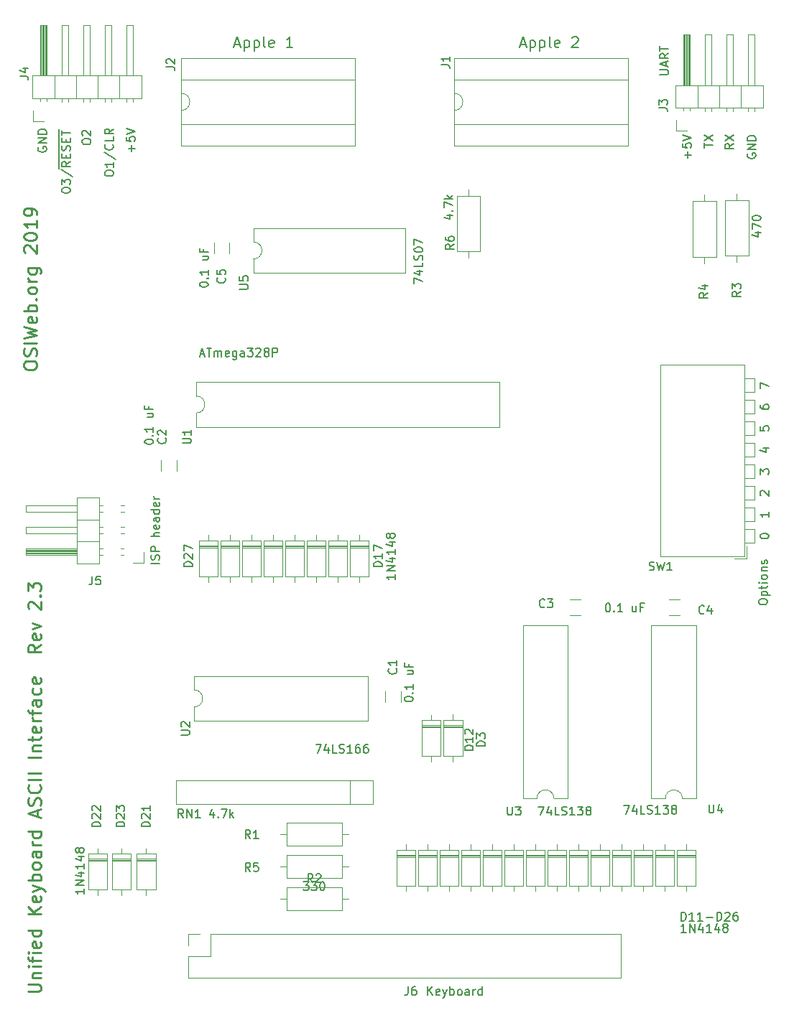
<source format=gbr>
G04 #@! TF.GenerationSoftware,KiCad,Pcbnew,(5.1.5-0-10_14)*
G04 #@! TF.CreationDate,2020-01-03T10:30:25-06:00*
G04 #@! TF.ProjectId,interface-ascii,696e7465-7266-4616-9365-2d6173636969,2.3*
G04 #@! TF.SameCoordinates,Original*
G04 #@! TF.FileFunction,Legend,Top*
G04 #@! TF.FilePolarity,Positive*
%FSLAX46Y46*%
G04 Gerber Fmt 4.6, Leading zero omitted, Abs format (unit mm)*
G04 Created by KiCad (PCBNEW (5.1.5-0-10_14)) date 2020-01-03 10:30:25*
%MOMM*%
%LPD*%
G04 APERTURE LIST*
%ADD10C,0.127000*%
%ADD11C,0.254000*%
%ADD12C,0.120000*%
%ADD13C,0.150000*%
G04 APERTURE END LIST*
D10*
X171378619Y-78331571D02*
X171378619Y-78138047D01*
X171427000Y-78041285D01*
X171523761Y-77944523D01*
X171717285Y-77896142D01*
X172055952Y-77896142D01*
X172249476Y-77944523D01*
X172346238Y-78041285D01*
X172394619Y-78138047D01*
X172394619Y-78331571D01*
X172346238Y-78428333D01*
X172249476Y-78525095D01*
X172055952Y-78573476D01*
X171717285Y-78573476D01*
X171523761Y-78525095D01*
X171427000Y-78428333D01*
X171378619Y-78331571D01*
X171475380Y-77509095D02*
X171427000Y-77460714D01*
X171378619Y-77363952D01*
X171378619Y-77122047D01*
X171427000Y-77025285D01*
X171475380Y-76976904D01*
X171572142Y-76928523D01*
X171668904Y-76928523D01*
X171814047Y-76976904D01*
X172394619Y-77557476D01*
X172394619Y-76928523D01*
X242528857Y-171504819D02*
X241948285Y-171504819D01*
X242238571Y-171504819D02*
X242238571Y-170488819D01*
X242141809Y-170633961D01*
X242045047Y-170730723D01*
X241948285Y-170779104D01*
X242964285Y-171504819D02*
X242964285Y-170488819D01*
X243544857Y-171504819D01*
X243544857Y-170488819D01*
X244464095Y-170827485D02*
X244464095Y-171504819D01*
X244222190Y-170440438D02*
X243980285Y-171166152D01*
X244609238Y-171166152D01*
X245528476Y-171504819D02*
X244947904Y-171504819D01*
X245238190Y-171504819D02*
X245238190Y-170488819D01*
X245141428Y-170633961D01*
X245044666Y-170730723D01*
X244947904Y-170779104D01*
X246399333Y-170827485D02*
X246399333Y-171504819D01*
X246157428Y-170440438D02*
X245915523Y-171166152D01*
X246544476Y-171166152D01*
X247076666Y-170924247D02*
X246979904Y-170875866D01*
X246931523Y-170827485D01*
X246883142Y-170730723D01*
X246883142Y-170682342D01*
X246931523Y-170585580D01*
X246979904Y-170537200D01*
X247076666Y-170488819D01*
X247270190Y-170488819D01*
X247366952Y-170537200D01*
X247415333Y-170585580D01*
X247463714Y-170682342D01*
X247463714Y-170730723D01*
X247415333Y-170827485D01*
X247366952Y-170875866D01*
X247270190Y-170924247D01*
X247076666Y-170924247D01*
X246979904Y-170972628D01*
X246931523Y-171021009D01*
X246883142Y-171117771D01*
X246883142Y-171311295D01*
X246931523Y-171408057D01*
X246979904Y-171456438D01*
X247076666Y-171504819D01*
X247270190Y-171504819D01*
X247366952Y-171456438D01*
X247415333Y-171408057D01*
X247463714Y-171311295D01*
X247463714Y-171117771D01*
X247415333Y-171021009D01*
X247366952Y-170972628D01*
X247270190Y-170924247D01*
X241951914Y-170133219D02*
X241951914Y-169117219D01*
X242193819Y-169117219D01*
X242338961Y-169165600D01*
X242435723Y-169262361D01*
X242484104Y-169359123D01*
X242532485Y-169552647D01*
X242532485Y-169697790D01*
X242484104Y-169891314D01*
X242435723Y-169988076D01*
X242338961Y-170084838D01*
X242193819Y-170133219D01*
X241951914Y-170133219D01*
X243500104Y-170133219D02*
X242919533Y-170133219D01*
X243209819Y-170133219D02*
X243209819Y-169117219D01*
X243113057Y-169262361D01*
X243016295Y-169359123D01*
X242919533Y-169407504D01*
X244467723Y-170133219D02*
X243887152Y-170133219D01*
X244177438Y-170133219D02*
X244177438Y-169117219D01*
X244080676Y-169262361D01*
X243983914Y-169359123D01*
X243887152Y-169407504D01*
X244903152Y-169746171D02*
X245677247Y-169746171D01*
X246161057Y-170133219D02*
X246161057Y-169117219D01*
X246402961Y-169117219D01*
X246548104Y-169165600D01*
X246644866Y-169262361D01*
X246693247Y-169359123D01*
X246741628Y-169552647D01*
X246741628Y-169697790D01*
X246693247Y-169891314D01*
X246644866Y-169988076D01*
X246548104Y-170084838D01*
X246402961Y-170133219D01*
X246161057Y-170133219D01*
X247128676Y-169213980D02*
X247177057Y-169165600D01*
X247273819Y-169117219D01*
X247515723Y-169117219D01*
X247612485Y-169165600D01*
X247660866Y-169213980D01*
X247709247Y-169310742D01*
X247709247Y-169407504D01*
X247660866Y-169552647D01*
X247080295Y-170133219D01*
X247709247Y-170133219D01*
X248580104Y-169117219D02*
X248386580Y-169117219D01*
X248289819Y-169165600D01*
X248241438Y-169213980D01*
X248144676Y-169359123D01*
X248096295Y-169552647D01*
X248096295Y-169939695D01*
X248144676Y-170036457D01*
X248193057Y-170084838D01*
X248289819Y-170133219D01*
X248483342Y-170133219D01*
X248580104Y-170084838D01*
X248628485Y-170036457D01*
X248676866Y-169939695D01*
X248676866Y-169697790D01*
X248628485Y-169601028D01*
X248580104Y-169552647D01*
X248483342Y-169504266D01*
X248289819Y-169504266D01*
X248193057Y-169552647D01*
X248144676Y-169601028D01*
X248096295Y-169697790D01*
X251261619Y-107325066D02*
X251261619Y-106647733D01*
X252277619Y-107083161D01*
X251261619Y-109332876D02*
X251261619Y-109526400D01*
X251310000Y-109623161D01*
X251358380Y-109671542D01*
X251503523Y-109768304D01*
X251697047Y-109816685D01*
X252084095Y-109816685D01*
X252180857Y-109768304D01*
X252229238Y-109719923D01*
X252277619Y-109623161D01*
X252277619Y-109429638D01*
X252229238Y-109332876D01*
X252180857Y-109284495D01*
X252084095Y-109236114D01*
X251842190Y-109236114D01*
X251745428Y-109284495D01*
X251697047Y-109332876D01*
X251648666Y-109429638D01*
X251648666Y-109623161D01*
X251697047Y-109719923D01*
X251745428Y-109768304D01*
X251842190Y-109816685D01*
X251261619Y-111824495D02*
X251261619Y-112308304D01*
X251745428Y-112356685D01*
X251697047Y-112308304D01*
X251648666Y-112211542D01*
X251648666Y-111969638D01*
X251697047Y-111872876D01*
X251745428Y-111824495D01*
X251842190Y-111776114D01*
X252084095Y-111776114D01*
X252180857Y-111824495D01*
X252229238Y-111872876D01*
X252277619Y-111969638D01*
X252277619Y-112211542D01*
X252229238Y-112308304D01*
X252180857Y-112356685D01*
X251600285Y-114412876D02*
X252277619Y-114412876D01*
X251213238Y-114654780D02*
X251938952Y-114896685D01*
X251938952Y-114267733D01*
X251261619Y-117485066D02*
X251261619Y-116856114D01*
X251648666Y-117194780D01*
X251648666Y-117049638D01*
X251697047Y-116952876D01*
X251745428Y-116904495D01*
X251842190Y-116856114D01*
X252084095Y-116856114D01*
X252180857Y-116904495D01*
X252229238Y-116952876D01*
X252277619Y-117049638D01*
X252277619Y-117339923D01*
X252229238Y-117436685D01*
X252180857Y-117485066D01*
X251358380Y-119976685D02*
X251310000Y-119928304D01*
X251261619Y-119831542D01*
X251261619Y-119589638D01*
X251310000Y-119492876D01*
X251358380Y-119444495D01*
X251455142Y-119396114D01*
X251551904Y-119396114D01*
X251697047Y-119444495D01*
X252277619Y-120025066D01*
X252277619Y-119396114D01*
X252277619Y-121936114D02*
X252277619Y-122516685D01*
X252277619Y-122226400D02*
X251261619Y-122226400D01*
X251406761Y-122323161D01*
X251503523Y-122419923D01*
X251551904Y-122516685D01*
X251261619Y-124814780D02*
X251261619Y-124718019D01*
X251310000Y-124621257D01*
X251358380Y-124572876D01*
X251455142Y-124524495D01*
X251648666Y-124476114D01*
X251890571Y-124476114D01*
X252084095Y-124524495D01*
X252180857Y-124572876D01*
X252229238Y-124621257D01*
X252277619Y-124718019D01*
X252277619Y-124814780D01*
X252229238Y-124911542D01*
X252180857Y-124959923D01*
X252084095Y-125008304D01*
X251890571Y-125056685D01*
X251648666Y-125056685D01*
X251455142Y-125008304D01*
X251358380Y-124959923D01*
X251310000Y-124911542D01*
X251261619Y-124814780D01*
X242746571Y-80179965D02*
X242746571Y-79405870D01*
X243133619Y-79792918D02*
X242359523Y-79792918D01*
X242117619Y-78438251D02*
X242117619Y-78922060D01*
X242601428Y-78970441D01*
X242553047Y-78922060D01*
X242504666Y-78825299D01*
X242504666Y-78583394D01*
X242553047Y-78486632D01*
X242601428Y-78438251D01*
X242698190Y-78389870D01*
X242940095Y-78389870D01*
X243036857Y-78438251D01*
X243085238Y-78486632D01*
X243133619Y-78583394D01*
X243133619Y-78825299D01*
X243085238Y-78922060D01*
X243036857Y-78970441D01*
X242117619Y-78099584D02*
X243133619Y-77760918D01*
X242117619Y-77422251D01*
X249786000Y-79647775D02*
X249737619Y-79744537D01*
X249737619Y-79889680D01*
X249786000Y-80034822D01*
X249882761Y-80131584D01*
X249979523Y-80179965D01*
X250173047Y-80228346D01*
X250318190Y-80228346D01*
X250511714Y-80179965D01*
X250608476Y-80131584D01*
X250705238Y-80034822D01*
X250753619Y-79889680D01*
X250753619Y-79792918D01*
X250705238Y-79647775D01*
X250656857Y-79599394D01*
X250318190Y-79599394D01*
X250318190Y-79792918D01*
X250753619Y-79163965D02*
X249737619Y-79163965D01*
X250753619Y-78583394D01*
X249737619Y-78583394D01*
X250753619Y-78099584D02*
X249737619Y-78099584D01*
X249737619Y-77857680D01*
X249786000Y-77712537D01*
X249882761Y-77615775D01*
X249979523Y-77567394D01*
X250173047Y-77519013D01*
X250318190Y-77519013D01*
X250511714Y-77567394D01*
X250608476Y-77615775D01*
X250705238Y-77712537D01*
X250753619Y-77857680D01*
X250753619Y-78099584D01*
X244713499Y-78970441D02*
X244713499Y-78389869D01*
X245729499Y-78680155D02*
X244713499Y-78680155D01*
X244713499Y-78147965D02*
X245729499Y-77470631D01*
X244713499Y-77470631D02*
X245729499Y-78147965D01*
X248137419Y-78486632D02*
X247653609Y-78825299D01*
X248137419Y-79067203D02*
X247121419Y-79067203D01*
X247121419Y-78680156D01*
X247169800Y-78583394D01*
X247218180Y-78535013D01*
X247314942Y-78486632D01*
X247460085Y-78486632D01*
X247556847Y-78535013D01*
X247605228Y-78583394D01*
X247653609Y-78680156D01*
X247653609Y-79067203D01*
X247121419Y-78147965D02*
X248137419Y-77470632D01*
X247121419Y-77470632D02*
X248137419Y-78147965D01*
D11*
X164521828Y-104751200D02*
X164521828Y-104460914D01*
X164594400Y-104315771D01*
X164739542Y-104170628D01*
X165029828Y-104098057D01*
X165537828Y-104098057D01*
X165828114Y-104170628D01*
X165973257Y-104315771D01*
X166045828Y-104460914D01*
X166045828Y-104751200D01*
X165973257Y-104896342D01*
X165828114Y-105041485D01*
X165537828Y-105114057D01*
X165029828Y-105114057D01*
X164739542Y-105041485D01*
X164594400Y-104896342D01*
X164521828Y-104751200D01*
X165973257Y-103517485D02*
X166045828Y-103299771D01*
X166045828Y-102936914D01*
X165973257Y-102791771D01*
X165900685Y-102719200D01*
X165755542Y-102646628D01*
X165610400Y-102646628D01*
X165465257Y-102719200D01*
X165392685Y-102791771D01*
X165320114Y-102936914D01*
X165247542Y-103227200D01*
X165174971Y-103372342D01*
X165102400Y-103444914D01*
X164957257Y-103517485D01*
X164812114Y-103517485D01*
X164666971Y-103444914D01*
X164594400Y-103372342D01*
X164521828Y-103227200D01*
X164521828Y-102864342D01*
X164594400Y-102646628D01*
X166045828Y-101993485D02*
X164521828Y-101993485D01*
X164521828Y-101412914D02*
X166045828Y-101050057D01*
X164957257Y-100759771D01*
X166045828Y-100469485D01*
X164521828Y-100106628D01*
X165973257Y-98945485D02*
X166045828Y-99090628D01*
X166045828Y-99380914D01*
X165973257Y-99526057D01*
X165828114Y-99598628D01*
X165247542Y-99598628D01*
X165102400Y-99526057D01*
X165029828Y-99380914D01*
X165029828Y-99090628D01*
X165102400Y-98945485D01*
X165247542Y-98872914D01*
X165392685Y-98872914D01*
X165537828Y-99598628D01*
X166045828Y-98219771D02*
X164521828Y-98219771D01*
X165102400Y-98219771D02*
X165029828Y-98074628D01*
X165029828Y-97784342D01*
X165102400Y-97639200D01*
X165174971Y-97566628D01*
X165320114Y-97494057D01*
X165755542Y-97494057D01*
X165900685Y-97566628D01*
X165973257Y-97639200D01*
X166045828Y-97784342D01*
X166045828Y-98074628D01*
X165973257Y-98219771D01*
X165900685Y-96840914D02*
X165973257Y-96768342D01*
X166045828Y-96840914D01*
X165973257Y-96913485D01*
X165900685Y-96840914D01*
X166045828Y-96840914D01*
X166045828Y-95897485D02*
X165973257Y-96042628D01*
X165900685Y-96115200D01*
X165755542Y-96187771D01*
X165320114Y-96187771D01*
X165174971Y-96115200D01*
X165102400Y-96042628D01*
X165029828Y-95897485D01*
X165029828Y-95679771D01*
X165102400Y-95534628D01*
X165174971Y-95462057D01*
X165320114Y-95389485D01*
X165755542Y-95389485D01*
X165900685Y-95462057D01*
X165973257Y-95534628D01*
X166045828Y-95679771D01*
X166045828Y-95897485D01*
X166045828Y-94736342D02*
X165029828Y-94736342D01*
X165320114Y-94736342D02*
X165174971Y-94663771D01*
X165102400Y-94591200D01*
X165029828Y-94446057D01*
X165029828Y-94300914D01*
X165029828Y-93139771D02*
X166263542Y-93139771D01*
X166408685Y-93212342D01*
X166481257Y-93284914D01*
X166553828Y-93430057D01*
X166553828Y-93647771D01*
X166481257Y-93792914D01*
X165973257Y-93139771D02*
X166045828Y-93284914D01*
X166045828Y-93575200D01*
X165973257Y-93720342D01*
X165900685Y-93792914D01*
X165755542Y-93865485D01*
X165320114Y-93865485D01*
X165174971Y-93792914D01*
X165102400Y-93720342D01*
X165029828Y-93575200D01*
X165029828Y-93284914D01*
X165102400Y-93139771D01*
X164666971Y-91325485D02*
X164594400Y-91252914D01*
X164521828Y-91107771D01*
X164521828Y-90744914D01*
X164594400Y-90599771D01*
X164666971Y-90527200D01*
X164812114Y-90454628D01*
X164957257Y-90454628D01*
X165174971Y-90527200D01*
X166045828Y-91398057D01*
X166045828Y-90454628D01*
X164521828Y-89511200D02*
X164521828Y-89366057D01*
X164594400Y-89220914D01*
X164666971Y-89148342D01*
X164812114Y-89075771D01*
X165102400Y-89003200D01*
X165465257Y-89003200D01*
X165755542Y-89075771D01*
X165900685Y-89148342D01*
X165973257Y-89220914D01*
X166045828Y-89366057D01*
X166045828Y-89511200D01*
X165973257Y-89656342D01*
X165900685Y-89728914D01*
X165755542Y-89801485D01*
X165465257Y-89874057D01*
X165102400Y-89874057D01*
X164812114Y-89801485D01*
X164666971Y-89728914D01*
X164594400Y-89656342D01*
X164521828Y-89511200D01*
X166045828Y-87551771D02*
X166045828Y-88422628D01*
X166045828Y-87987200D02*
X164521828Y-87987200D01*
X164739542Y-88132342D01*
X164884685Y-88277485D01*
X164957257Y-88422628D01*
X166045828Y-86826057D02*
X166045828Y-86535771D01*
X165973257Y-86390628D01*
X165900685Y-86318057D01*
X165682971Y-86172914D01*
X165392685Y-86100342D01*
X164812114Y-86100342D01*
X164666971Y-86172914D01*
X164594400Y-86245485D01*
X164521828Y-86390628D01*
X164521828Y-86680914D01*
X164594400Y-86826057D01*
X164666971Y-86898628D01*
X164812114Y-86971200D01*
X165174971Y-86971200D01*
X165320114Y-86898628D01*
X165392685Y-86826057D01*
X165465257Y-86680914D01*
X165465257Y-86390628D01*
X165392685Y-86245485D01*
X165320114Y-86172914D01*
X165174971Y-86100342D01*
X164979028Y-178491028D02*
X166212742Y-178491028D01*
X166357885Y-178418457D01*
X166430457Y-178345885D01*
X166503028Y-178200742D01*
X166503028Y-177910457D01*
X166430457Y-177765314D01*
X166357885Y-177692742D01*
X166212742Y-177620171D01*
X164979028Y-177620171D01*
X165487028Y-176894457D02*
X166503028Y-176894457D01*
X165632171Y-176894457D02*
X165559600Y-176821885D01*
X165487028Y-176676742D01*
X165487028Y-176459028D01*
X165559600Y-176313885D01*
X165704742Y-176241314D01*
X166503028Y-176241314D01*
X166503028Y-175515600D02*
X165487028Y-175515600D01*
X164979028Y-175515600D02*
X165051600Y-175588171D01*
X165124171Y-175515600D01*
X165051600Y-175443028D01*
X164979028Y-175515600D01*
X165124171Y-175515600D01*
X165487028Y-175007600D02*
X165487028Y-174427028D01*
X166503028Y-174789885D02*
X165196742Y-174789885D01*
X165051600Y-174717314D01*
X164979028Y-174572171D01*
X164979028Y-174427028D01*
X166503028Y-173919028D02*
X165487028Y-173919028D01*
X164979028Y-173919028D02*
X165051600Y-173991600D01*
X165124171Y-173919028D01*
X165051600Y-173846457D01*
X164979028Y-173919028D01*
X165124171Y-173919028D01*
X166430457Y-172612742D02*
X166503028Y-172757885D01*
X166503028Y-173048171D01*
X166430457Y-173193314D01*
X166285314Y-173265885D01*
X165704742Y-173265885D01*
X165559600Y-173193314D01*
X165487028Y-173048171D01*
X165487028Y-172757885D01*
X165559600Y-172612742D01*
X165704742Y-172540171D01*
X165849885Y-172540171D01*
X165995028Y-173265885D01*
X166503028Y-171233885D02*
X164979028Y-171233885D01*
X166430457Y-171233885D02*
X166503028Y-171379028D01*
X166503028Y-171669314D01*
X166430457Y-171814457D01*
X166357885Y-171887028D01*
X166212742Y-171959600D01*
X165777314Y-171959600D01*
X165632171Y-171887028D01*
X165559600Y-171814457D01*
X165487028Y-171669314D01*
X165487028Y-171379028D01*
X165559600Y-171233885D01*
X166503028Y-169347028D02*
X164979028Y-169347028D01*
X166503028Y-168476171D02*
X165632171Y-169129314D01*
X164979028Y-168476171D02*
X165849885Y-169347028D01*
X166430457Y-167242457D02*
X166503028Y-167387600D01*
X166503028Y-167677885D01*
X166430457Y-167823028D01*
X166285314Y-167895600D01*
X165704742Y-167895600D01*
X165559600Y-167823028D01*
X165487028Y-167677885D01*
X165487028Y-167387600D01*
X165559600Y-167242457D01*
X165704742Y-167169885D01*
X165849885Y-167169885D01*
X165995028Y-167895600D01*
X165487028Y-166661885D02*
X166503028Y-166299028D01*
X165487028Y-165936171D02*
X166503028Y-166299028D01*
X166865885Y-166444171D01*
X166938457Y-166516742D01*
X167011028Y-166661885D01*
X166503028Y-165355600D02*
X164979028Y-165355600D01*
X165559600Y-165355600D02*
X165487028Y-165210457D01*
X165487028Y-164920171D01*
X165559600Y-164775028D01*
X165632171Y-164702457D01*
X165777314Y-164629885D01*
X166212742Y-164629885D01*
X166357885Y-164702457D01*
X166430457Y-164775028D01*
X166503028Y-164920171D01*
X166503028Y-165210457D01*
X166430457Y-165355600D01*
X166503028Y-163759028D02*
X166430457Y-163904171D01*
X166357885Y-163976742D01*
X166212742Y-164049314D01*
X165777314Y-164049314D01*
X165632171Y-163976742D01*
X165559600Y-163904171D01*
X165487028Y-163759028D01*
X165487028Y-163541314D01*
X165559600Y-163396171D01*
X165632171Y-163323600D01*
X165777314Y-163251028D01*
X166212742Y-163251028D01*
X166357885Y-163323600D01*
X166430457Y-163396171D01*
X166503028Y-163541314D01*
X166503028Y-163759028D01*
X166503028Y-161944742D02*
X165704742Y-161944742D01*
X165559600Y-162017314D01*
X165487028Y-162162457D01*
X165487028Y-162452742D01*
X165559600Y-162597885D01*
X166430457Y-161944742D02*
X166503028Y-162089885D01*
X166503028Y-162452742D01*
X166430457Y-162597885D01*
X166285314Y-162670457D01*
X166140171Y-162670457D01*
X165995028Y-162597885D01*
X165922457Y-162452742D01*
X165922457Y-162089885D01*
X165849885Y-161944742D01*
X166503028Y-161219028D02*
X165487028Y-161219028D01*
X165777314Y-161219028D02*
X165632171Y-161146457D01*
X165559600Y-161073885D01*
X165487028Y-160928742D01*
X165487028Y-160783600D01*
X166503028Y-159622457D02*
X164979028Y-159622457D01*
X166430457Y-159622457D02*
X166503028Y-159767600D01*
X166503028Y-160057885D01*
X166430457Y-160203028D01*
X166357885Y-160275600D01*
X166212742Y-160348171D01*
X165777314Y-160348171D01*
X165632171Y-160275600D01*
X165559600Y-160203028D01*
X165487028Y-160057885D01*
X165487028Y-159767600D01*
X165559600Y-159622457D01*
X166067600Y-157808171D02*
X166067600Y-157082457D01*
X166503028Y-157953314D02*
X164979028Y-157445314D01*
X166503028Y-156937314D01*
X166430457Y-156501885D02*
X166503028Y-156284171D01*
X166503028Y-155921314D01*
X166430457Y-155776171D01*
X166357885Y-155703600D01*
X166212742Y-155631028D01*
X166067600Y-155631028D01*
X165922457Y-155703600D01*
X165849885Y-155776171D01*
X165777314Y-155921314D01*
X165704742Y-156211600D01*
X165632171Y-156356742D01*
X165559600Y-156429314D01*
X165414457Y-156501885D01*
X165269314Y-156501885D01*
X165124171Y-156429314D01*
X165051600Y-156356742D01*
X164979028Y-156211600D01*
X164979028Y-155848742D01*
X165051600Y-155631028D01*
X166357885Y-154107028D02*
X166430457Y-154179600D01*
X166503028Y-154397314D01*
X166503028Y-154542457D01*
X166430457Y-154760171D01*
X166285314Y-154905314D01*
X166140171Y-154977885D01*
X165849885Y-155050457D01*
X165632171Y-155050457D01*
X165341885Y-154977885D01*
X165196742Y-154905314D01*
X165051600Y-154760171D01*
X164979028Y-154542457D01*
X164979028Y-154397314D01*
X165051600Y-154179600D01*
X165124171Y-154107028D01*
X166503028Y-153453885D02*
X164979028Y-153453885D01*
X166503028Y-152728171D02*
X164979028Y-152728171D01*
X166503028Y-150841314D02*
X164979028Y-150841314D01*
X165487028Y-150115600D02*
X166503028Y-150115600D01*
X165632171Y-150115600D02*
X165559600Y-150043028D01*
X165487028Y-149897885D01*
X165487028Y-149680171D01*
X165559600Y-149535028D01*
X165704742Y-149462457D01*
X166503028Y-149462457D01*
X165487028Y-148954457D02*
X165487028Y-148373885D01*
X164979028Y-148736742D02*
X166285314Y-148736742D01*
X166430457Y-148664171D01*
X166503028Y-148519028D01*
X166503028Y-148373885D01*
X166430457Y-147285314D02*
X166503028Y-147430457D01*
X166503028Y-147720742D01*
X166430457Y-147865885D01*
X166285314Y-147938457D01*
X165704742Y-147938457D01*
X165559600Y-147865885D01*
X165487028Y-147720742D01*
X165487028Y-147430457D01*
X165559600Y-147285314D01*
X165704742Y-147212742D01*
X165849885Y-147212742D01*
X165995028Y-147938457D01*
X166503028Y-146559600D02*
X165487028Y-146559600D01*
X165777314Y-146559600D02*
X165632171Y-146487028D01*
X165559600Y-146414457D01*
X165487028Y-146269314D01*
X165487028Y-146124171D01*
X165487028Y-145833885D02*
X165487028Y-145253314D01*
X166503028Y-145616171D02*
X165196742Y-145616171D01*
X165051600Y-145543600D01*
X164979028Y-145398457D01*
X164979028Y-145253314D01*
X166503028Y-144092171D02*
X165704742Y-144092171D01*
X165559600Y-144164742D01*
X165487028Y-144309885D01*
X165487028Y-144600171D01*
X165559600Y-144745314D01*
X166430457Y-144092171D02*
X166503028Y-144237314D01*
X166503028Y-144600171D01*
X166430457Y-144745314D01*
X166285314Y-144817885D01*
X166140171Y-144817885D01*
X165995028Y-144745314D01*
X165922457Y-144600171D01*
X165922457Y-144237314D01*
X165849885Y-144092171D01*
X166430457Y-142713314D02*
X166503028Y-142858457D01*
X166503028Y-143148742D01*
X166430457Y-143293885D01*
X166357885Y-143366457D01*
X166212742Y-143439028D01*
X165777314Y-143439028D01*
X165632171Y-143366457D01*
X165559600Y-143293885D01*
X165487028Y-143148742D01*
X165487028Y-142858457D01*
X165559600Y-142713314D01*
X166430457Y-141479600D02*
X166503028Y-141624742D01*
X166503028Y-141915028D01*
X166430457Y-142060171D01*
X166285314Y-142132742D01*
X165704742Y-142132742D01*
X165559600Y-142060171D01*
X165487028Y-141915028D01*
X165487028Y-141624742D01*
X165559600Y-141479600D01*
X165704742Y-141407028D01*
X165849885Y-141407028D01*
X165995028Y-142132742D01*
X166503028Y-137560742D02*
X165777314Y-138068742D01*
X166503028Y-138431600D02*
X164979028Y-138431600D01*
X164979028Y-137851028D01*
X165051600Y-137705885D01*
X165124171Y-137633314D01*
X165269314Y-137560742D01*
X165487028Y-137560742D01*
X165632171Y-137633314D01*
X165704742Y-137705885D01*
X165777314Y-137851028D01*
X165777314Y-138431600D01*
X166430457Y-136327028D02*
X166503028Y-136472171D01*
X166503028Y-136762457D01*
X166430457Y-136907600D01*
X166285314Y-136980171D01*
X165704742Y-136980171D01*
X165559600Y-136907600D01*
X165487028Y-136762457D01*
X165487028Y-136472171D01*
X165559600Y-136327028D01*
X165704742Y-136254457D01*
X165849885Y-136254457D01*
X165995028Y-136980171D01*
X165487028Y-135746457D02*
X166503028Y-135383600D01*
X165487028Y-135020742D01*
X165124171Y-133351600D02*
X165051600Y-133279028D01*
X164979028Y-133133885D01*
X164979028Y-132771028D01*
X165051600Y-132625885D01*
X165124171Y-132553314D01*
X165269314Y-132480742D01*
X165414457Y-132480742D01*
X165632171Y-132553314D01*
X166503028Y-133424171D01*
X166503028Y-132480742D01*
X166357885Y-131827600D02*
X166430457Y-131755028D01*
X166503028Y-131827600D01*
X166430457Y-131900171D01*
X166357885Y-131827600D01*
X166503028Y-131827600D01*
X164979028Y-131247028D02*
X164979028Y-130303600D01*
X165559600Y-130811600D01*
X165559600Y-130593885D01*
X165632171Y-130448742D01*
X165704742Y-130376171D01*
X165849885Y-130303600D01*
X166212742Y-130303600D01*
X166357885Y-130376171D01*
X166430457Y-130448742D01*
X166503028Y-130593885D01*
X166503028Y-131029314D01*
X166430457Y-131174457D01*
X166357885Y-131247028D01*
D10*
X177214571Y-79438285D02*
X177214571Y-78664190D01*
X177601619Y-79051238D02*
X176827523Y-79051238D01*
X176585619Y-77696571D02*
X176585619Y-78180380D01*
X177069428Y-78228761D01*
X177021047Y-78180380D01*
X176972666Y-78083619D01*
X176972666Y-77841714D01*
X177021047Y-77744952D01*
X177069428Y-77696571D01*
X177166190Y-77648190D01*
X177408095Y-77648190D01*
X177504857Y-77696571D01*
X177553238Y-77744952D01*
X177601619Y-77841714D01*
X177601619Y-78083619D01*
X177553238Y-78180380D01*
X177504857Y-78228761D01*
X176585619Y-77357904D02*
X177601619Y-77019238D01*
X176585619Y-76680571D01*
X174045619Y-82069000D02*
X174045619Y-81875476D01*
X174094000Y-81778714D01*
X174190761Y-81681952D01*
X174384285Y-81633571D01*
X174722952Y-81633571D01*
X174916476Y-81681952D01*
X175013238Y-81778714D01*
X175061619Y-81875476D01*
X175061619Y-82069000D01*
X175013238Y-82165761D01*
X174916476Y-82262523D01*
X174722952Y-82310904D01*
X174384285Y-82310904D01*
X174190761Y-82262523D01*
X174094000Y-82165761D01*
X174045619Y-82069000D01*
X175061619Y-80665952D02*
X175061619Y-81246523D01*
X175061619Y-80956238D02*
X174045619Y-80956238D01*
X174190761Y-81053000D01*
X174287523Y-81149761D01*
X174335904Y-81246523D01*
X173997238Y-79504809D02*
X175303523Y-80375666D01*
X174964857Y-78585571D02*
X175013238Y-78633952D01*
X175061619Y-78779095D01*
X175061619Y-78875857D01*
X175013238Y-79021000D01*
X174916476Y-79117761D01*
X174819714Y-79166142D01*
X174626190Y-79214523D01*
X174481047Y-79214523D01*
X174287523Y-79166142D01*
X174190761Y-79117761D01*
X174094000Y-79021000D01*
X174045619Y-78875857D01*
X174045619Y-78779095D01*
X174094000Y-78633952D01*
X174142380Y-78585571D01*
X175061619Y-77666333D02*
X175061619Y-78150142D01*
X174045619Y-78150142D01*
X175061619Y-76747095D02*
X174577809Y-77085761D01*
X175061619Y-77327666D02*
X174045619Y-77327666D01*
X174045619Y-76940619D01*
X174094000Y-76843857D01*
X174142380Y-76795476D01*
X174239142Y-76747095D01*
X174384285Y-76747095D01*
X174481047Y-76795476D01*
X174529428Y-76843857D01*
X174577809Y-76940619D01*
X174577809Y-77327666D01*
X168965619Y-84082857D02*
X168965619Y-83889333D01*
X169014000Y-83792571D01*
X169110761Y-83695809D01*
X169304285Y-83647428D01*
X169642952Y-83647428D01*
X169836476Y-83695809D01*
X169933238Y-83792571D01*
X169981619Y-83889333D01*
X169981619Y-84082857D01*
X169933238Y-84179619D01*
X169836476Y-84276380D01*
X169642952Y-84324761D01*
X169304285Y-84324761D01*
X169110761Y-84276380D01*
X169014000Y-84179619D01*
X168965619Y-84082857D01*
X168965619Y-83308761D02*
X168965619Y-82679809D01*
X169352666Y-83018476D01*
X169352666Y-82873333D01*
X169401047Y-82776571D01*
X169449428Y-82728190D01*
X169546190Y-82679809D01*
X169788095Y-82679809D01*
X169884857Y-82728190D01*
X169933238Y-82776571D01*
X169981619Y-82873333D01*
X169981619Y-83163619D01*
X169933238Y-83260380D01*
X169884857Y-83308761D01*
X168917238Y-81518666D02*
X170223523Y-82389523D01*
X168625380Y-81421904D02*
X168625380Y-80405904D01*
X169981619Y-80599428D02*
X169497809Y-80938095D01*
X169981619Y-81180000D02*
X168965619Y-81180000D01*
X168965619Y-80792952D01*
X169014000Y-80696190D01*
X169062380Y-80647809D01*
X169159142Y-80599428D01*
X169304285Y-80599428D01*
X169401047Y-80647809D01*
X169449428Y-80696190D01*
X169497809Y-80792952D01*
X169497809Y-81180000D01*
X168625380Y-80405904D02*
X168625380Y-79486666D01*
X169449428Y-80164000D02*
X169449428Y-79825333D01*
X169981619Y-79680190D02*
X169981619Y-80164000D01*
X168965619Y-80164000D01*
X168965619Y-79680190D01*
X168625380Y-79486666D02*
X168625380Y-78519047D01*
X169933238Y-79293142D02*
X169981619Y-79148000D01*
X169981619Y-78906095D01*
X169933238Y-78809333D01*
X169884857Y-78760952D01*
X169788095Y-78712571D01*
X169691333Y-78712571D01*
X169594571Y-78760952D01*
X169546190Y-78809333D01*
X169497809Y-78906095D01*
X169449428Y-79099619D01*
X169401047Y-79196380D01*
X169352666Y-79244761D01*
X169255904Y-79293142D01*
X169159142Y-79293142D01*
X169062380Y-79244761D01*
X169014000Y-79196380D01*
X168965619Y-79099619D01*
X168965619Y-78857714D01*
X169014000Y-78712571D01*
X168625380Y-78519047D02*
X168625380Y-77599809D01*
X169449428Y-78277142D02*
X169449428Y-77938476D01*
X169981619Y-77793333D02*
X169981619Y-78277142D01*
X168965619Y-78277142D01*
X168965619Y-77793333D01*
X168625380Y-77599809D02*
X168625380Y-76825714D01*
X168965619Y-77503047D02*
X168965619Y-76922476D01*
X169981619Y-77212761D02*
X168965619Y-77212761D01*
X166220000Y-78906095D02*
X166171619Y-79002857D01*
X166171619Y-79148000D01*
X166220000Y-79293142D01*
X166316761Y-79389904D01*
X166413523Y-79438285D01*
X166607047Y-79486666D01*
X166752190Y-79486666D01*
X166945714Y-79438285D01*
X167042476Y-79389904D01*
X167139238Y-79293142D01*
X167187619Y-79148000D01*
X167187619Y-79051238D01*
X167139238Y-78906095D01*
X167090857Y-78857714D01*
X166752190Y-78857714D01*
X166752190Y-79051238D01*
X167187619Y-78422285D02*
X166171619Y-78422285D01*
X167187619Y-77841714D01*
X166171619Y-77841714D01*
X167187619Y-77357904D02*
X166171619Y-77357904D01*
X166171619Y-77116000D01*
X166220000Y-76970857D01*
X166316761Y-76874095D01*
X166413523Y-76825714D01*
X166607047Y-76777333D01*
X166752190Y-76777333D01*
X166945714Y-76825714D01*
X167042476Y-76874095D01*
X167139238Y-76970857D01*
X167187619Y-77116000D01*
X167187619Y-77357904D01*
D12*
X216893000Y-91951000D02*
X216893000Y-91181000D01*
X216893000Y-83871000D02*
X216893000Y-84641000D01*
X218263000Y-91181000D02*
X218263000Y-84641000D01*
X215523000Y-91181000D02*
X218263000Y-91181000D01*
X215523000Y-84641000D02*
X215523000Y-91181000D01*
X218263000Y-84641000D02*
X215523000Y-84641000D01*
X184575000Y-141268000D02*
X184575000Y-142918000D01*
X205015000Y-141268000D02*
X184575000Y-141268000D01*
X205015000Y-146568000D02*
X205015000Y-141268000D01*
X184575000Y-146568000D02*
X205015000Y-146568000D01*
X184575000Y-144918000D02*
X184575000Y-146568000D01*
X184575000Y-142918000D02*
G75*
G02X184575000Y-144918000I0J-1000000D01*
G01*
X191560000Y-88436000D02*
X191560000Y-90086000D01*
X209460000Y-88436000D02*
X191560000Y-88436000D01*
X209460000Y-93736000D02*
X209460000Y-88436000D01*
X191560000Y-93736000D02*
X209460000Y-93736000D01*
X191560000Y-92086000D02*
X191560000Y-93736000D01*
X191560000Y-90086000D02*
G75*
G02X191560000Y-92086000I0J-1000000D01*
G01*
X202772000Y-167540000D02*
X202002000Y-167540000D01*
X194692000Y-167540000D02*
X195462000Y-167540000D01*
X202002000Y-166170000D02*
X195462000Y-166170000D01*
X202002000Y-168910000D02*
X202002000Y-166170000D01*
X195462000Y-168910000D02*
X202002000Y-168910000D01*
X195462000Y-166170000D02*
X195462000Y-168910000D01*
X165585000Y-75846000D02*
X165585000Y-74576000D01*
X166855000Y-75846000D02*
X165585000Y-75846000D01*
X177395000Y-73533071D02*
X177395000Y-73136000D01*
X176635000Y-73533071D02*
X176635000Y-73136000D01*
X177395000Y-64476000D02*
X177395000Y-70476000D01*
X176635000Y-64476000D02*
X177395000Y-64476000D01*
X176635000Y-70476000D02*
X176635000Y-64476000D01*
X175745000Y-73136000D02*
X175745000Y-70476000D01*
X174855000Y-73533071D02*
X174855000Y-73136000D01*
X174095000Y-73533071D02*
X174095000Y-73136000D01*
X174855000Y-64476000D02*
X174855000Y-70476000D01*
X174095000Y-64476000D02*
X174855000Y-64476000D01*
X174095000Y-70476000D02*
X174095000Y-64476000D01*
X173205000Y-73136000D02*
X173205000Y-70476000D01*
X172315000Y-73533071D02*
X172315000Y-73136000D01*
X171555000Y-73533071D02*
X171555000Y-73136000D01*
X172315000Y-64476000D02*
X172315000Y-70476000D01*
X171555000Y-64476000D02*
X172315000Y-64476000D01*
X171555000Y-70476000D02*
X171555000Y-64476000D01*
X170665000Y-73136000D02*
X170665000Y-70476000D01*
X169775000Y-73533071D02*
X169775000Y-73136000D01*
X169015000Y-73533071D02*
X169015000Y-73136000D01*
X169775000Y-64476000D02*
X169775000Y-70476000D01*
X169015000Y-64476000D02*
X169775000Y-64476000D01*
X169015000Y-70476000D02*
X169015000Y-64476000D01*
X168125000Y-73136000D02*
X168125000Y-70476000D01*
X167235000Y-73466000D02*
X167235000Y-73136000D01*
X166475000Y-73466000D02*
X166475000Y-73136000D01*
X167135000Y-70476000D02*
X167135000Y-64476000D01*
X167015000Y-70476000D02*
X167015000Y-64476000D01*
X166895000Y-70476000D02*
X166895000Y-64476000D01*
X166775000Y-70476000D02*
X166775000Y-64476000D01*
X166655000Y-70476000D02*
X166655000Y-64476000D01*
X166535000Y-70476000D02*
X166535000Y-64476000D01*
X167235000Y-64476000D02*
X167235000Y-70476000D01*
X166475000Y-64476000D02*
X167235000Y-64476000D01*
X166475000Y-70476000D02*
X166475000Y-64476000D01*
X165525000Y-70476000D02*
X165525000Y-73136000D01*
X178345000Y-70476000D02*
X165525000Y-70476000D01*
X178345000Y-73136000D02*
X178345000Y-70476000D01*
X165525000Y-73136000D02*
X178345000Y-73136000D01*
X243336000Y-91816000D02*
X246076000Y-91816000D01*
X246076000Y-91816000D02*
X246076000Y-85276000D01*
X246076000Y-85276000D02*
X243336000Y-85276000D01*
X243336000Y-85276000D02*
X243336000Y-91816000D01*
X244706000Y-92586000D02*
X244706000Y-91816000D01*
X244706000Y-84506000D02*
X244706000Y-85276000D01*
X186890000Y-90183000D02*
X186890000Y-91441000D01*
X188730000Y-90183000D02*
X188730000Y-91441000D01*
X194692000Y-159920000D02*
X195462000Y-159920000D01*
X202772000Y-159920000D02*
X202002000Y-159920000D01*
X195462000Y-161290000D02*
X202002000Y-161290000D01*
X195462000Y-158550000D02*
X195462000Y-161290000D01*
X202002000Y-158550000D02*
X195462000Y-158550000D01*
X202002000Y-161290000D02*
X202002000Y-158550000D01*
X223370000Y-161762400D02*
X221130000Y-161762400D01*
X221130000Y-161762400D02*
X221130000Y-166002400D01*
X221130000Y-166002400D02*
X223370000Y-166002400D01*
X223370000Y-166002400D02*
X223370000Y-161762400D01*
X222250000Y-161112400D02*
X222250000Y-161762400D01*
X222250000Y-166652400D02*
X222250000Y-166002400D01*
X223370000Y-162482400D02*
X221130000Y-162482400D01*
X223370000Y-162602400D02*
X221130000Y-162602400D01*
X223370000Y-162362400D02*
X221130000Y-162362400D01*
X228450000Y-161762400D02*
X226210000Y-161762400D01*
X226210000Y-161762400D02*
X226210000Y-166002400D01*
X226210000Y-166002400D02*
X228450000Y-166002400D01*
X228450000Y-166002400D02*
X228450000Y-161762400D01*
X227330000Y-161112400D02*
X227330000Y-161762400D01*
X227330000Y-166652400D02*
X227330000Y-166002400D01*
X228450000Y-162482400D02*
X226210000Y-162482400D01*
X228450000Y-162602400D02*
X226210000Y-162602400D01*
X228450000Y-162362400D02*
X226210000Y-162362400D01*
X233530000Y-161762400D02*
X231290000Y-161762400D01*
X231290000Y-161762400D02*
X231290000Y-166002400D01*
X231290000Y-166002400D02*
X233530000Y-166002400D01*
X233530000Y-166002400D02*
X233530000Y-161762400D01*
X232410000Y-161112400D02*
X232410000Y-161762400D01*
X232410000Y-166652400D02*
X232410000Y-166002400D01*
X233530000Y-162482400D02*
X231290000Y-162482400D01*
X233530000Y-162602400D02*
X231290000Y-162602400D01*
X233530000Y-162362400D02*
X231290000Y-162362400D01*
X238610000Y-161762400D02*
X236370000Y-161762400D01*
X236370000Y-161762400D02*
X236370000Y-166002400D01*
X236370000Y-166002400D02*
X238610000Y-166002400D01*
X238610000Y-166002400D02*
X238610000Y-161762400D01*
X237490000Y-161112400D02*
X237490000Y-161762400D01*
X237490000Y-166652400D02*
X237490000Y-166002400D01*
X238610000Y-162482400D02*
X236370000Y-162482400D01*
X238610000Y-162602400D02*
X236370000Y-162602400D01*
X238610000Y-162362400D02*
X236370000Y-162362400D01*
X243690000Y-161762400D02*
X241450000Y-161762400D01*
X241450000Y-161762400D02*
X241450000Y-166002400D01*
X241450000Y-166002400D02*
X243690000Y-166002400D01*
X243690000Y-166002400D02*
X243690000Y-161762400D01*
X242570000Y-161112400D02*
X242570000Y-161762400D01*
X242570000Y-166652400D02*
X242570000Y-166002400D01*
X243690000Y-162482400D02*
X241450000Y-162482400D01*
X243690000Y-162602400D02*
X241450000Y-162602400D01*
X243690000Y-162362400D02*
X241450000Y-162362400D01*
X225910000Y-161762400D02*
X223670000Y-161762400D01*
X223670000Y-161762400D02*
X223670000Y-166002400D01*
X223670000Y-166002400D02*
X225910000Y-166002400D01*
X225910000Y-166002400D02*
X225910000Y-161762400D01*
X224790000Y-161112400D02*
X224790000Y-161762400D01*
X224790000Y-166652400D02*
X224790000Y-166002400D01*
X225910000Y-162482400D02*
X223670000Y-162482400D01*
X225910000Y-162602400D02*
X223670000Y-162602400D01*
X225910000Y-162362400D02*
X223670000Y-162362400D01*
X230990000Y-161762400D02*
X228750000Y-161762400D01*
X228750000Y-161762400D02*
X228750000Y-166002400D01*
X228750000Y-166002400D02*
X230990000Y-166002400D01*
X230990000Y-166002400D02*
X230990000Y-161762400D01*
X229870000Y-161112400D02*
X229870000Y-161762400D01*
X229870000Y-166652400D02*
X229870000Y-166002400D01*
X230990000Y-162482400D02*
X228750000Y-162482400D01*
X230990000Y-162602400D02*
X228750000Y-162602400D01*
X230990000Y-162362400D02*
X228750000Y-162362400D01*
X236070000Y-161762400D02*
X233830000Y-161762400D01*
X233830000Y-161762400D02*
X233830000Y-166002400D01*
X233830000Y-166002400D02*
X236070000Y-166002400D01*
X236070000Y-166002400D02*
X236070000Y-161762400D01*
X234950000Y-161112400D02*
X234950000Y-161762400D01*
X234950000Y-166652400D02*
X234950000Y-166002400D01*
X236070000Y-162482400D02*
X233830000Y-162482400D01*
X236070000Y-162602400D02*
X233830000Y-162602400D01*
X236070000Y-162362400D02*
X233830000Y-162362400D01*
X213618800Y-146497000D02*
X211378800Y-146497000D01*
X211378800Y-146497000D02*
X211378800Y-150737000D01*
X211378800Y-150737000D02*
X213618800Y-150737000D01*
X213618800Y-150737000D02*
X213618800Y-146497000D01*
X212498800Y-145847000D02*
X212498800Y-146497000D01*
X212498800Y-151387000D02*
X212498800Y-150737000D01*
X213618800Y-147217000D02*
X211378800Y-147217000D01*
X213618800Y-147337000D02*
X211378800Y-147337000D01*
X213618800Y-147097000D02*
X211378800Y-147097000D01*
X210670000Y-161762400D02*
X208430000Y-161762400D01*
X208430000Y-161762400D02*
X208430000Y-166002400D01*
X208430000Y-166002400D02*
X210670000Y-166002400D01*
X210670000Y-166002400D02*
X210670000Y-161762400D01*
X209550000Y-161112400D02*
X209550000Y-161762400D01*
X209550000Y-166652400D02*
X209550000Y-166002400D01*
X210670000Y-162482400D02*
X208430000Y-162482400D01*
X210670000Y-162602400D02*
X208430000Y-162602400D01*
X210670000Y-162362400D02*
X208430000Y-162362400D01*
X215750000Y-161762400D02*
X213510000Y-161762400D01*
X213510000Y-161762400D02*
X213510000Y-166002400D01*
X213510000Y-166002400D02*
X215750000Y-166002400D01*
X215750000Y-166002400D02*
X215750000Y-161762400D01*
X214630000Y-161112400D02*
X214630000Y-161762400D01*
X214630000Y-166652400D02*
X214630000Y-166002400D01*
X215750000Y-162482400D02*
X213510000Y-162482400D01*
X215750000Y-162602400D02*
X213510000Y-162602400D01*
X215750000Y-162362400D02*
X213510000Y-162362400D01*
X220830000Y-161762400D02*
X218590000Y-161762400D01*
X218590000Y-161762400D02*
X218590000Y-166002400D01*
X218590000Y-166002400D02*
X220830000Y-166002400D01*
X220830000Y-166002400D02*
X220830000Y-161762400D01*
X219710000Y-161112400D02*
X219710000Y-161762400D01*
X219710000Y-166652400D02*
X219710000Y-166002400D01*
X220830000Y-162482400D02*
X218590000Y-162482400D01*
X220830000Y-162602400D02*
X218590000Y-162602400D01*
X220830000Y-162362400D02*
X218590000Y-162362400D01*
X241150000Y-161762400D02*
X238910000Y-161762400D01*
X238910000Y-161762400D02*
X238910000Y-166002400D01*
X238910000Y-166002400D02*
X241150000Y-166002400D01*
X241150000Y-166002400D02*
X241150000Y-161762400D01*
X240030000Y-161112400D02*
X240030000Y-161762400D01*
X240030000Y-166652400D02*
X240030000Y-166002400D01*
X241150000Y-162482400D02*
X238910000Y-162482400D01*
X241150000Y-162602400D02*
X238910000Y-162602400D01*
X241150000Y-162362400D02*
X238910000Y-162362400D01*
X216184200Y-146471600D02*
X213944200Y-146471600D01*
X213944200Y-146471600D02*
X213944200Y-150711600D01*
X213944200Y-150711600D02*
X216184200Y-150711600D01*
X216184200Y-150711600D02*
X216184200Y-146471600D01*
X215064200Y-145821600D02*
X215064200Y-146471600D01*
X215064200Y-151361600D02*
X215064200Y-150711600D01*
X216184200Y-147191600D02*
X213944200Y-147191600D01*
X216184200Y-147311600D02*
X213944200Y-147311600D01*
X216184200Y-147071600D02*
X213944200Y-147071600D01*
X213210000Y-161762400D02*
X210970000Y-161762400D01*
X210970000Y-161762400D02*
X210970000Y-166002400D01*
X210970000Y-166002400D02*
X213210000Y-166002400D01*
X213210000Y-166002400D02*
X213210000Y-161762400D01*
X212090000Y-161112400D02*
X212090000Y-161762400D01*
X212090000Y-166652400D02*
X212090000Y-166002400D01*
X213210000Y-162482400D02*
X210970000Y-162482400D01*
X213210000Y-162602400D02*
X210970000Y-162602400D01*
X213210000Y-162362400D02*
X210970000Y-162362400D01*
X218290000Y-161762400D02*
X216050000Y-161762400D01*
X216050000Y-161762400D02*
X216050000Y-166002400D01*
X216050000Y-166002400D02*
X218290000Y-166002400D01*
X218290000Y-166002400D02*
X218290000Y-161762400D01*
X217170000Y-161112400D02*
X217170000Y-161762400D01*
X217170000Y-166652400D02*
X217170000Y-166002400D01*
X218290000Y-162482400D02*
X216050000Y-162482400D01*
X218290000Y-162602400D02*
X216050000Y-162602400D01*
X218290000Y-162362400D02*
X216050000Y-162362400D01*
X202772000Y-163730000D02*
X202002000Y-163730000D01*
X194692000Y-163730000D02*
X195462000Y-163730000D01*
X202002000Y-162360000D02*
X195462000Y-162360000D01*
X202002000Y-165100000D02*
X202002000Y-162360000D01*
X195462000Y-165100000D02*
X202002000Y-165100000D01*
X195462000Y-162360000D02*
X195462000Y-165100000D01*
X177119000Y-162845000D02*
X174879000Y-162845000D01*
X177119000Y-163085000D02*
X174879000Y-163085000D01*
X177119000Y-162965000D02*
X174879000Y-162965000D01*
X175999000Y-167135000D02*
X175999000Y-166485000D01*
X175999000Y-161595000D02*
X175999000Y-162245000D01*
X177119000Y-166485000D02*
X177119000Y-162245000D01*
X174879000Y-166485000D02*
X177119000Y-166485000D01*
X174879000Y-162245000D02*
X174879000Y-166485000D01*
X177119000Y-162245000D02*
X174879000Y-162245000D01*
X183889200Y-171696400D02*
X183889200Y-173026400D01*
X185219200Y-171696400D02*
X183889200Y-171696400D01*
X183889200Y-174296400D02*
X183889200Y-176896400D01*
X186489200Y-174296400D02*
X183889200Y-174296400D01*
X186489200Y-171696400D02*
X186489200Y-174296400D01*
X183889200Y-176896400D02*
X234809200Y-176896400D01*
X186489200Y-171696400D02*
X234809200Y-171696400D01*
X234809200Y-171696400D02*
X234809200Y-176896400D01*
X241358280Y-76973760D02*
X241358280Y-75703760D01*
X242628280Y-76973760D02*
X241358280Y-76973760D01*
X250628280Y-74660831D02*
X250628280Y-74263760D01*
X249868280Y-74660831D02*
X249868280Y-74263760D01*
X250628280Y-65603760D02*
X250628280Y-71603760D01*
X249868280Y-65603760D02*
X250628280Y-65603760D01*
X249868280Y-71603760D02*
X249868280Y-65603760D01*
X248978280Y-74263760D02*
X248978280Y-71603760D01*
X248088280Y-74660831D02*
X248088280Y-74263760D01*
X247328280Y-74660831D02*
X247328280Y-74263760D01*
X248088280Y-65603760D02*
X248088280Y-71603760D01*
X247328280Y-65603760D02*
X248088280Y-65603760D01*
X247328280Y-71603760D02*
X247328280Y-65603760D01*
X246438280Y-74263760D02*
X246438280Y-71603760D01*
X245548280Y-74660831D02*
X245548280Y-74263760D01*
X244788280Y-74660831D02*
X244788280Y-74263760D01*
X245548280Y-65603760D02*
X245548280Y-71603760D01*
X244788280Y-65603760D02*
X245548280Y-65603760D01*
X244788280Y-71603760D02*
X244788280Y-65603760D01*
X243898280Y-74263760D02*
X243898280Y-71603760D01*
X243008280Y-74593760D02*
X243008280Y-74263760D01*
X242248280Y-74593760D02*
X242248280Y-74263760D01*
X242908280Y-71603760D02*
X242908280Y-65603760D01*
X242788280Y-71603760D02*
X242788280Y-65603760D01*
X242668280Y-71603760D02*
X242668280Y-65603760D01*
X242548280Y-71603760D02*
X242548280Y-65603760D01*
X242428280Y-71603760D02*
X242428280Y-65603760D01*
X242308280Y-71603760D02*
X242308280Y-65603760D01*
X243008280Y-65603760D02*
X243008280Y-71603760D01*
X242248280Y-65603760D02*
X243008280Y-65603760D01*
X242248280Y-71603760D02*
X242248280Y-65603760D01*
X241298280Y-71603760D02*
X241298280Y-74263760D01*
X251578280Y-71603760D02*
X241298280Y-71603760D01*
X251578280Y-74263760D02*
X251578280Y-71603760D01*
X241298280Y-74263760D02*
X251578280Y-74263760D01*
X249402000Y-127161000D02*
X239502000Y-127161000D01*
X249402000Y-104540000D02*
X239502000Y-104540000D01*
X249402000Y-127161000D02*
X249402000Y-104540000D01*
X239502000Y-127161000D02*
X239502000Y-104540000D01*
X249642000Y-127401000D02*
X248258000Y-127401000D01*
X249642000Y-127401000D02*
X249642000Y-126018000D01*
X250602000Y-125561000D02*
X249402000Y-125561000D01*
X250602000Y-123921000D02*
X249402000Y-123921000D01*
X250602000Y-125561000D02*
X250602000Y-123921000D01*
X249402000Y-125561000D02*
X249402000Y-123921000D01*
X250602000Y-123021000D02*
X249402000Y-123021000D01*
X250602000Y-121380000D02*
X249402000Y-121380000D01*
X250602000Y-123021000D02*
X250602000Y-121380000D01*
X249402000Y-123021000D02*
X249402000Y-121380000D01*
X250602000Y-120480000D02*
X249402000Y-120480000D01*
X250602000Y-118841000D02*
X249402000Y-118841000D01*
X250602000Y-120480000D02*
X250602000Y-118841000D01*
X249402000Y-120480000D02*
X249402000Y-118841000D01*
X250602000Y-117940000D02*
X249402000Y-117940000D01*
X250602000Y-116300000D02*
X249402000Y-116300000D01*
X250602000Y-117940000D02*
X250602000Y-116300000D01*
X249402000Y-117940000D02*
X249402000Y-116300000D01*
X250602000Y-115401000D02*
X249402000Y-115401000D01*
X250602000Y-113761000D02*
X249402000Y-113761000D01*
X250602000Y-115401000D02*
X250602000Y-113761000D01*
X249402000Y-115401000D02*
X249402000Y-113761000D01*
X250602000Y-112861000D02*
X249402000Y-112861000D01*
X250602000Y-111221000D02*
X249402000Y-111221000D01*
X250602000Y-112861000D02*
X250602000Y-111221000D01*
X249402000Y-112861000D02*
X249402000Y-111221000D01*
X250602000Y-110321000D02*
X249402000Y-110321000D01*
X250602000Y-108681000D02*
X249402000Y-108681000D01*
X250602000Y-110321000D02*
X250602000Y-108681000D01*
X249402000Y-110321000D02*
X249402000Y-108681000D01*
X250602000Y-107781000D02*
X249402000Y-107781000D01*
X250602000Y-106141000D02*
X249402000Y-106141000D01*
X250602000Y-107781000D02*
X250602000Y-106141000D01*
X249402000Y-107781000D02*
X249402000Y-106141000D01*
X187355200Y-125888000D02*
X185115200Y-125888000D01*
X187355200Y-126128000D02*
X185115200Y-126128000D01*
X187355200Y-126008000D02*
X185115200Y-126008000D01*
X186235200Y-130178000D02*
X186235200Y-129528000D01*
X186235200Y-124638000D02*
X186235200Y-125288000D01*
X187355200Y-129528000D02*
X187355200Y-125288000D01*
X185115200Y-129528000D02*
X187355200Y-129528000D01*
X185115200Y-125288000D02*
X185115200Y-129528000D01*
X187355200Y-125288000D02*
X185115200Y-125288000D01*
X192435200Y-125888000D02*
X190195200Y-125888000D01*
X192435200Y-126128000D02*
X190195200Y-126128000D01*
X192435200Y-126008000D02*
X190195200Y-126008000D01*
X191315200Y-130178000D02*
X191315200Y-129528000D01*
X191315200Y-124638000D02*
X191315200Y-125288000D01*
X192435200Y-129528000D02*
X192435200Y-125288000D01*
X190195200Y-129528000D02*
X192435200Y-129528000D01*
X190195200Y-125288000D02*
X190195200Y-129528000D01*
X192435200Y-125288000D02*
X190195200Y-125288000D01*
X197515200Y-125888000D02*
X195275200Y-125888000D01*
X197515200Y-126128000D02*
X195275200Y-126128000D01*
X197515200Y-126008000D02*
X195275200Y-126008000D01*
X196395200Y-130178000D02*
X196395200Y-129528000D01*
X196395200Y-124638000D02*
X196395200Y-125288000D01*
X197515200Y-129528000D02*
X197515200Y-125288000D01*
X195275200Y-129528000D02*
X197515200Y-129528000D01*
X195275200Y-125288000D02*
X195275200Y-129528000D01*
X197515200Y-125288000D02*
X195275200Y-125288000D01*
X202595200Y-125888000D02*
X200355200Y-125888000D01*
X202595200Y-126128000D02*
X200355200Y-126128000D01*
X202595200Y-126008000D02*
X200355200Y-126008000D01*
X201475200Y-130178000D02*
X201475200Y-129528000D01*
X201475200Y-124638000D02*
X201475200Y-125288000D01*
X202595200Y-129528000D02*
X202595200Y-125288000D01*
X200355200Y-129528000D02*
X202595200Y-129528000D01*
X200355200Y-125288000D02*
X200355200Y-129528000D01*
X202595200Y-125288000D02*
X200355200Y-125288000D01*
X189895200Y-125888000D02*
X187655200Y-125888000D01*
X189895200Y-126128000D02*
X187655200Y-126128000D01*
X189895200Y-126008000D02*
X187655200Y-126008000D01*
X188775200Y-130178000D02*
X188775200Y-129528000D01*
X188775200Y-124638000D02*
X188775200Y-125288000D01*
X189895200Y-129528000D02*
X189895200Y-125288000D01*
X187655200Y-129528000D02*
X189895200Y-129528000D01*
X187655200Y-125288000D02*
X187655200Y-129528000D01*
X189895200Y-125288000D02*
X187655200Y-125288000D01*
X194975200Y-125888000D02*
X192735200Y-125888000D01*
X194975200Y-126128000D02*
X192735200Y-126128000D01*
X194975200Y-126008000D02*
X192735200Y-126008000D01*
X193855200Y-130178000D02*
X193855200Y-129528000D01*
X193855200Y-124638000D02*
X193855200Y-125288000D01*
X194975200Y-129528000D02*
X194975200Y-125288000D01*
X192735200Y-129528000D02*
X194975200Y-129528000D01*
X192735200Y-125288000D02*
X192735200Y-129528000D01*
X194975200Y-125288000D02*
X192735200Y-125288000D01*
X200055200Y-125888000D02*
X197815200Y-125888000D01*
X200055200Y-126128000D02*
X197815200Y-126128000D01*
X200055200Y-126008000D02*
X197815200Y-126008000D01*
X198935200Y-130178000D02*
X198935200Y-129528000D01*
X198935200Y-124638000D02*
X198935200Y-125288000D01*
X200055200Y-129528000D02*
X200055200Y-125288000D01*
X197815200Y-129528000D02*
X200055200Y-129528000D01*
X197815200Y-125288000D02*
X197815200Y-129528000D01*
X200055200Y-125288000D02*
X197815200Y-125288000D01*
X205135200Y-125888000D02*
X202895200Y-125888000D01*
X205135200Y-126128000D02*
X202895200Y-126128000D01*
X205135200Y-126008000D02*
X202895200Y-126008000D01*
X204015200Y-130178000D02*
X204015200Y-129528000D01*
X204015200Y-124638000D02*
X204015200Y-125288000D01*
X205135200Y-129528000D02*
X205135200Y-125288000D01*
X202895200Y-129528000D02*
X205135200Y-129528000D01*
X202895200Y-125288000D02*
X202895200Y-129528000D01*
X205135200Y-125288000D02*
X202895200Y-125288000D01*
X173416000Y-127976000D02*
X173416000Y-120236000D01*
X173416000Y-120236000D02*
X170756000Y-120236000D01*
X170756000Y-120236000D02*
X170756000Y-127976000D01*
X170756000Y-127976000D02*
X173416000Y-127976000D01*
X170756000Y-127026000D02*
X164756000Y-127026000D01*
X164756000Y-127026000D02*
X164756000Y-126266000D01*
X164756000Y-126266000D02*
X170756000Y-126266000D01*
X170756000Y-126966000D02*
X164756000Y-126966000D01*
X170756000Y-126846000D02*
X164756000Y-126846000D01*
X170756000Y-126726000D02*
X164756000Y-126726000D01*
X170756000Y-126606000D02*
X164756000Y-126606000D01*
X170756000Y-126486000D02*
X164756000Y-126486000D01*
X170756000Y-126366000D02*
X164756000Y-126366000D01*
X173813071Y-127026000D02*
X173416000Y-127026000D01*
X173813071Y-126266000D02*
X173416000Y-126266000D01*
X176286000Y-127026000D02*
X175898929Y-127026000D01*
X176286000Y-126266000D02*
X175898929Y-126266000D01*
X173416000Y-125376000D02*
X170756000Y-125376000D01*
X170756000Y-124486000D02*
X164756000Y-124486000D01*
X164756000Y-124486000D02*
X164756000Y-123726000D01*
X164756000Y-123726000D02*
X170756000Y-123726000D01*
X173813071Y-124486000D02*
X173416000Y-124486000D01*
X173813071Y-123726000D02*
X173416000Y-123726000D01*
X176353071Y-124486000D02*
X175898929Y-124486000D01*
X176353071Y-123726000D02*
X175898929Y-123726000D01*
X173416000Y-122836000D02*
X170756000Y-122836000D01*
X170756000Y-121946000D02*
X164756000Y-121946000D01*
X164756000Y-121946000D02*
X164756000Y-121186000D01*
X164756000Y-121186000D02*
X170756000Y-121186000D01*
X173813071Y-121946000D02*
X173416000Y-121946000D01*
X173813071Y-121186000D02*
X173416000Y-121186000D01*
X176353071Y-121946000D02*
X175898929Y-121946000D01*
X176353071Y-121186000D02*
X175898929Y-121186000D01*
X178666000Y-126646000D02*
X178666000Y-127916000D01*
X178666000Y-127916000D02*
X177396000Y-127916000D01*
X228867800Y-134119200D02*
X230125800Y-134119200D01*
X228867800Y-132279200D02*
X230125800Y-132279200D01*
X240501000Y-134119200D02*
X241759000Y-134119200D01*
X240501000Y-132279200D02*
X241759000Y-132279200D01*
X180667000Y-115837000D02*
X180667000Y-117095000D01*
X182507000Y-115837000D02*
X182507000Y-117095000D01*
X208923000Y-144313000D02*
X208923000Y-143055000D01*
X207083000Y-144313000D02*
X207083000Y-143055000D01*
X240099200Y-155712800D02*
G75*
G02X242099200Y-155712800I1000000J0D01*
G01*
X242099200Y-155712800D02*
X243749200Y-155712800D01*
X243749200Y-155712800D02*
X243749200Y-135272800D01*
X243749200Y-135272800D02*
X238449200Y-135272800D01*
X238449200Y-135272800D02*
X238449200Y-155712800D01*
X238449200Y-155712800D02*
X240099200Y-155712800D01*
X224960800Y-155712800D02*
G75*
G02X226960800Y-155712800I1000000J0D01*
G01*
X226960800Y-155712800D02*
X228610800Y-155712800D01*
X228610800Y-155712800D02*
X228610800Y-135272800D01*
X228610800Y-135272800D02*
X223310800Y-135272800D01*
X223310800Y-135272800D02*
X223310800Y-155712800D01*
X223310800Y-155712800D02*
X224960800Y-155712800D01*
X247146000Y-91689000D02*
X249886000Y-91689000D01*
X249886000Y-91689000D02*
X249886000Y-85149000D01*
X249886000Y-85149000D02*
X247146000Y-85149000D01*
X247146000Y-85149000D02*
X247146000Y-91689000D01*
X248516000Y-92459000D02*
X248516000Y-91689000D01*
X248516000Y-84379000D02*
X248516000Y-85149000D01*
X184829000Y-106597000D02*
X184829000Y-108247000D01*
X220509000Y-106597000D02*
X184829000Y-106597000D01*
X220509000Y-111897000D02*
X220509000Y-106597000D01*
X184829000Y-111897000D02*
X220509000Y-111897000D01*
X184829000Y-110247000D02*
X184829000Y-111897000D01*
X184829000Y-108247000D02*
G75*
G02X184829000Y-110247000I0J-1000000D01*
G01*
X215171832Y-68420000D02*
X215171832Y-78700000D01*
X235731832Y-68420000D02*
X215171832Y-68420000D01*
X235731832Y-78700000D02*
X235731832Y-68420000D01*
X215171832Y-78700000D02*
X235731832Y-78700000D01*
X215231832Y-70910000D02*
X215231832Y-72560000D01*
X235671832Y-70910000D02*
X215231832Y-70910000D01*
X235671832Y-76210000D02*
X235671832Y-70910000D01*
X215231832Y-76210000D02*
X235671832Y-76210000D01*
X215231832Y-74560000D02*
X215231832Y-76210000D01*
X215231832Y-72560000D02*
G75*
G02X215231832Y-74560000I0J-1000000D01*
G01*
X174325000Y-162245000D02*
X172085000Y-162245000D01*
X172085000Y-162245000D02*
X172085000Y-166485000D01*
X172085000Y-166485000D02*
X174325000Y-166485000D01*
X174325000Y-166485000D02*
X174325000Y-162245000D01*
X173205000Y-161595000D02*
X173205000Y-162245000D01*
X173205000Y-167135000D02*
X173205000Y-166485000D01*
X174325000Y-162965000D02*
X172085000Y-162965000D01*
X174325000Y-163085000D02*
X172085000Y-163085000D01*
X174325000Y-162845000D02*
X172085000Y-162845000D01*
X180040000Y-162245000D02*
X177800000Y-162245000D01*
X177800000Y-162245000D02*
X177800000Y-166485000D01*
X177800000Y-166485000D02*
X180040000Y-166485000D01*
X180040000Y-166485000D02*
X180040000Y-162245000D01*
X178920000Y-161595000D02*
X178920000Y-162245000D01*
X178920000Y-167135000D02*
X178920000Y-166485000D01*
X180040000Y-162965000D02*
X177800000Y-162965000D01*
X180040000Y-163085000D02*
X177800000Y-163085000D01*
X180040000Y-162845000D02*
X177800000Y-162845000D01*
X202973800Y-156367000D02*
X202973800Y-153567000D01*
X182483800Y-156367000D02*
X205683800Y-156367000D01*
X182483800Y-153567000D02*
X182483800Y-156367000D01*
X205683800Y-153567000D02*
X182483800Y-153567000D01*
X205683800Y-156367000D02*
X205683800Y-153567000D01*
X183000166Y-68420000D02*
X183000166Y-78700000D01*
X203560166Y-68420000D02*
X183000166Y-68420000D01*
X203560166Y-78700000D02*
X203560166Y-68420000D01*
X183000166Y-78700000D02*
X203560166Y-78700000D01*
X183060166Y-70910000D02*
X183060166Y-72560000D01*
X203500166Y-70910000D02*
X183060166Y-70910000D01*
X203500166Y-76210000D02*
X203500166Y-70910000D01*
X183060166Y-76210000D02*
X203500166Y-76210000D01*
X183060166Y-74560000D02*
X183060166Y-76210000D01*
X183060166Y-72560000D02*
G75*
G02X183060166Y-74560000I0J-1000000D01*
G01*
D13*
X215186380Y-90363666D02*
X214710190Y-90697000D01*
X215186380Y-90935095D02*
X214186380Y-90935095D01*
X214186380Y-90554142D01*
X214234000Y-90458904D01*
X214281619Y-90411285D01*
X214376857Y-90363666D01*
X214519714Y-90363666D01*
X214614952Y-90411285D01*
X214662571Y-90458904D01*
X214710190Y-90554142D01*
X214710190Y-90935095D01*
X214186380Y-89506523D02*
X214186380Y-89697000D01*
X214234000Y-89792238D01*
X214281619Y-89839857D01*
X214424476Y-89935095D01*
X214614952Y-89982714D01*
X214995904Y-89982714D01*
X215091142Y-89935095D01*
X215138761Y-89887476D01*
X215186380Y-89792238D01*
X215186380Y-89601761D01*
X215138761Y-89506523D01*
X215091142Y-89458904D01*
X214995904Y-89411285D01*
X214757809Y-89411285D01*
X214662571Y-89458904D01*
X214614952Y-89506523D01*
X214567333Y-89601761D01*
X214567333Y-89792238D01*
X214614952Y-89887476D01*
X214662571Y-89935095D01*
X214757809Y-89982714D01*
X214392714Y-86934571D02*
X215059380Y-86934571D01*
X214011761Y-87172666D02*
X214726047Y-87410761D01*
X214726047Y-86791714D01*
X214964142Y-86410761D02*
X215011761Y-86363142D01*
X215059380Y-86410761D01*
X215011761Y-86458380D01*
X214964142Y-86410761D01*
X215059380Y-86410761D01*
X214059380Y-86029809D02*
X214059380Y-85363142D01*
X215059380Y-85791714D01*
X215059380Y-84982190D02*
X214059380Y-84982190D01*
X214678428Y-84886952D02*
X215059380Y-84601238D01*
X214392714Y-84601238D02*
X214773666Y-84982190D01*
X183027380Y-148235904D02*
X183836904Y-148235904D01*
X183932142Y-148188285D01*
X183979761Y-148140666D01*
X184027380Y-148045428D01*
X184027380Y-147854952D01*
X183979761Y-147759714D01*
X183932142Y-147712095D01*
X183836904Y-147664476D01*
X183027380Y-147664476D01*
X183122619Y-147235904D02*
X183075000Y-147188285D01*
X183027380Y-147093047D01*
X183027380Y-146854952D01*
X183075000Y-146759714D01*
X183122619Y-146712095D01*
X183217857Y-146664476D01*
X183313095Y-146664476D01*
X183455952Y-146712095D01*
X184027380Y-147283523D01*
X184027380Y-146664476D01*
X198914952Y-149339380D02*
X199581619Y-149339380D01*
X199153047Y-150339380D01*
X200391142Y-149672714D02*
X200391142Y-150339380D01*
X200153047Y-149291761D02*
X199914952Y-150006047D01*
X200534000Y-150006047D01*
X201391142Y-150339380D02*
X200914952Y-150339380D01*
X200914952Y-149339380D01*
X201676857Y-150291761D02*
X201819714Y-150339380D01*
X202057809Y-150339380D01*
X202153047Y-150291761D01*
X202200666Y-150244142D01*
X202248285Y-150148904D01*
X202248285Y-150053666D01*
X202200666Y-149958428D01*
X202153047Y-149910809D01*
X202057809Y-149863190D01*
X201867333Y-149815571D01*
X201772095Y-149767952D01*
X201724476Y-149720333D01*
X201676857Y-149625095D01*
X201676857Y-149529857D01*
X201724476Y-149434619D01*
X201772095Y-149387000D01*
X201867333Y-149339380D01*
X202105428Y-149339380D01*
X202248285Y-149387000D01*
X203200666Y-150339380D02*
X202629238Y-150339380D01*
X202914952Y-150339380D02*
X202914952Y-149339380D01*
X202819714Y-149482238D01*
X202724476Y-149577476D01*
X202629238Y-149625095D01*
X204057809Y-149339380D02*
X203867333Y-149339380D01*
X203772095Y-149387000D01*
X203724476Y-149434619D01*
X203629238Y-149577476D01*
X203581619Y-149767952D01*
X203581619Y-150148904D01*
X203629238Y-150244142D01*
X203676857Y-150291761D01*
X203772095Y-150339380D01*
X203962571Y-150339380D01*
X204057809Y-150291761D01*
X204105428Y-150244142D01*
X204153047Y-150148904D01*
X204153047Y-149910809D01*
X204105428Y-149815571D01*
X204057809Y-149767952D01*
X203962571Y-149720333D01*
X203772095Y-149720333D01*
X203676857Y-149767952D01*
X203629238Y-149815571D01*
X203581619Y-149910809D01*
X205010190Y-149339380D02*
X204819714Y-149339380D01*
X204724476Y-149387000D01*
X204676857Y-149434619D01*
X204581619Y-149577476D01*
X204534000Y-149767952D01*
X204534000Y-150148904D01*
X204581619Y-150244142D01*
X204629238Y-150291761D01*
X204724476Y-150339380D01*
X204914952Y-150339380D01*
X205010190Y-150291761D01*
X205057809Y-150244142D01*
X205105428Y-150148904D01*
X205105428Y-149910809D01*
X205057809Y-149815571D01*
X205010190Y-149767952D01*
X204914952Y-149720333D01*
X204724476Y-149720333D01*
X204629238Y-149767952D01*
X204581619Y-149815571D01*
X204534000Y-149910809D01*
X189929380Y-95657904D02*
X190738904Y-95657904D01*
X190834142Y-95610285D01*
X190881761Y-95562666D01*
X190929380Y-95467428D01*
X190929380Y-95276952D01*
X190881761Y-95181714D01*
X190834142Y-95134095D01*
X190738904Y-95086476D01*
X189929380Y-95086476D01*
X189929380Y-94134095D02*
X189929380Y-94610285D01*
X190405571Y-94657904D01*
X190357952Y-94610285D01*
X190310333Y-94515047D01*
X190310333Y-94276952D01*
X190357952Y-94181714D01*
X190405571Y-94134095D01*
X190500809Y-94086476D01*
X190738904Y-94086476D01*
X190834142Y-94134095D01*
X190881761Y-94181714D01*
X190929380Y-94276952D01*
X190929380Y-94515047D01*
X190881761Y-94610285D01*
X190834142Y-94657904D01*
X210503380Y-94998857D02*
X210503380Y-94332190D01*
X211503380Y-94760761D01*
X210836714Y-93522666D02*
X211503380Y-93522666D01*
X210455761Y-93760761D02*
X211170047Y-93998857D01*
X211170047Y-93379809D01*
X211503380Y-92522666D02*
X211503380Y-92998857D01*
X210503380Y-92998857D01*
X211455761Y-92236952D02*
X211503380Y-92094095D01*
X211503380Y-91856000D01*
X211455761Y-91760761D01*
X211408142Y-91713142D01*
X211312904Y-91665523D01*
X211217666Y-91665523D01*
X211122428Y-91713142D01*
X211074809Y-91760761D01*
X211027190Y-91856000D01*
X210979571Y-92046476D01*
X210931952Y-92141714D01*
X210884333Y-92189333D01*
X210789095Y-92236952D01*
X210693857Y-92236952D01*
X210598619Y-92189333D01*
X210551000Y-92141714D01*
X210503380Y-92046476D01*
X210503380Y-91808380D01*
X210551000Y-91665523D01*
X210503380Y-91046476D02*
X210503380Y-90951238D01*
X210551000Y-90856000D01*
X210598619Y-90808380D01*
X210693857Y-90760761D01*
X210884333Y-90713142D01*
X211122428Y-90713142D01*
X211312904Y-90760761D01*
X211408142Y-90808380D01*
X211455761Y-90856000D01*
X211503380Y-90951238D01*
X211503380Y-91046476D01*
X211455761Y-91141714D01*
X211408142Y-91189333D01*
X211312904Y-91236952D01*
X211122428Y-91284571D01*
X210884333Y-91284571D01*
X210693857Y-91236952D01*
X210598619Y-91189333D01*
X210551000Y-91141714D01*
X210503380Y-91046476D01*
X210503380Y-90379809D02*
X210503380Y-89713142D01*
X211503380Y-90141714D01*
X198565333Y-165622380D02*
X198232000Y-165146190D01*
X197993904Y-165622380D02*
X197993904Y-164622380D01*
X198374857Y-164622380D01*
X198470095Y-164670000D01*
X198517714Y-164717619D01*
X198565333Y-164812857D01*
X198565333Y-164955714D01*
X198517714Y-165050952D01*
X198470095Y-165098571D01*
X198374857Y-165146190D01*
X197993904Y-165146190D01*
X198946285Y-164717619D02*
X198993904Y-164670000D01*
X199089142Y-164622380D01*
X199327238Y-164622380D01*
X199422476Y-164670000D01*
X199470095Y-164717619D01*
X199517714Y-164812857D01*
X199517714Y-164908095D01*
X199470095Y-165050952D01*
X198898666Y-165622380D01*
X199517714Y-165622380D01*
X164037380Y-70524333D02*
X164751666Y-70524333D01*
X164894523Y-70571952D01*
X164989761Y-70667190D01*
X165037380Y-70810047D01*
X165037380Y-70905285D01*
X164370714Y-69619571D02*
X165037380Y-69619571D01*
X163989761Y-69857666D02*
X164704047Y-70095761D01*
X164704047Y-69476714D01*
X245082180Y-96078666D02*
X244605990Y-96412000D01*
X245082180Y-96650095D02*
X244082180Y-96650095D01*
X244082180Y-96269142D01*
X244129800Y-96173904D01*
X244177419Y-96126285D01*
X244272657Y-96078666D01*
X244415514Y-96078666D01*
X244510752Y-96126285D01*
X244558371Y-96173904D01*
X244605990Y-96269142D01*
X244605990Y-96650095D01*
X244415514Y-95221523D02*
X245082180Y-95221523D01*
X244034561Y-95459619D02*
X244748847Y-95697714D01*
X244748847Y-95078666D01*
X188167142Y-94300666D02*
X188214761Y-94348285D01*
X188262380Y-94491142D01*
X188262380Y-94586380D01*
X188214761Y-94729238D01*
X188119523Y-94824476D01*
X188024285Y-94872095D01*
X187833809Y-94919714D01*
X187690952Y-94919714D01*
X187500476Y-94872095D01*
X187405238Y-94824476D01*
X187310000Y-94729238D01*
X187262380Y-94586380D01*
X187262380Y-94491142D01*
X187310000Y-94348285D01*
X187357619Y-94300666D01*
X187262380Y-93395904D02*
X187262380Y-93872095D01*
X187738571Y-93919714D01*
X187690952Y-93872095D01*
X187643333Y-93776857D01*
X187643333Y-93538761D01*
X187690952Y-93443523D01*
X187738571Y-93395904D01*
X187833809Y-93348285D01*
X188071904Y-93348285D01*
X188167142Y-93395904D01*
X188214761Y-93443523D01*
X188262380Y-93538761D01*
X188262380Y-93776857D01*
X188214761Y-93872095D01*
X188167142Y-93919714D01*
X185212380Y-95141809D02*
X185212380Y-95046571D01*
X185260000Y-94951333D01*
X185307619Y-94903714D01*
X185402857Y-94856095D01*
X185593333Y-94808476D01*
X185831428Y-94808476D01*
X186021904Y-94856095D01*
X186117142Y-94903714D01*
X186164761Y-94951333D01*
X186212380Y-95046571D01*
X186212380Y-95141809D01*
X186164761Y-95237047D01*
X186117142Y-95284666D01*
X186021904Y-95332285D01*
X185831428Y-95379904D01*
X185593333Y-95379904D01*
X185402857Y-95332285D01*
X185307619Y-95284666D01*
X185260000Y-95237047D01*
X185212380Y-95141809D01*
X186117142Y-94379904D02*
X186164761Y-94332285D01*
X186212380Y-94379904D01*
X186164761Y-94427523D01*
X186117142Y-94379904D01*
X186212380Y-94379904D01*
X186212380Y-93379904D02*
X186212380Y-93951333D01*
X186212380Y-93665619D02*
X185212380Y-93665619D01*
X185355238Y-93760857D01*
X185450476Y-93856095D01*
X185498095Y-93951333D01*
X185545714Y-91760857D02*
X186212380Y-91760857D01*
X185545714Y-92189428D02*
X186069523Y-92189428D01*
X186164761Y-92141809D01*
X186212380Y-92046571D01*
X186212380Y-91903714D01*
X186164761Y-91808476D01*
X186117142Y-91760857D01*
X185688571Y-90951333D02*
X185688571Y-91284666D01*
X186212380Y-91284666D02*
X185212380Y-91284666D01*
X185212380Y-90808476D01*
X191199333Y-160435880D02*
X190866000Y-159959690D01*
X190627904Y-160435880D02*
X190627904Y-159435880D01*
X191008857Y-159435880D01*
X191104095Y-159483500D01*
X191151714Y-159531119D01*
X191199333Y-159626357D01*
X191199333Y-159769214D01*
X191151714Y-159864452D01*
X191104095Y-159912071D01*
X191008857Y-159959690D01*
X190627904Y-159959690D01*
X192151714Y-160435880D02*
X191580285Y-160435880D01*
X191866000Y-160435880D02*
X191866000Y-159435880D01*
X191770761Y-159578738D01*
X191675523Y-159673976D01*
X191580285Y-159721595D01*
X217446980Y-150009085D02*
X216446980Y-150009085D01*
X216446980Y-149770990D01*
X216494600Y-149628133D01*
X216589838Y-149532895D01*
X216685076Y-149485276D01*
X216875552Y-149437657D01*
X217018409Y-149437657D01*
X217208885Y-149485276D01*
X217304123Y-149532895D01*
X217399361Y-149628133D01*
X217446980Y-149770990D01*
X217446980Y-150009085D01*
X217446980Y-148485276D02*
X217446980Y-149056704D01*
X217446980Y-148770990D02*
X216446980Y-148770990D01*
X216589838Y-148866228D01*
X216685076Y-148961466D01*
X216732695Y-149056704D01*
X216542219Y-148104323D02*
X216494600Y-148056704D01*
X216446980Y-147961466D01*
X216446980Y-147723371D01*
X216494600Y-147628133D01*
X216542219Y-147580514D01*
X216637457Y-147532895D01*
X216732695Y-147532895D01*
X216875552Y-147580514D01*
X217446980Y-148151942D01*
X217446980Y-147532895D01*
X218869380Y-149532895D02*
X217869380Y-149532895D01*
X217869380Y-149294800D01*
X217917000Y-149151942D01*
X218012238Y-149056704D01*
X218107476Y-149009085D01*
X218297952Y-148961466D01*
X218440809Y-148961466D01*
X218631285Y-149009085D01*
X218726523Y-149056704D01*
X218821761Y-149151942D01*
X218869380Y-149294800D01*
X218869380Y-149532895D01*
X217869380Y-148628133D02*
X217869380Y-148009085D01*
X218250333Y-148342419D01*
X218250333Y-148199561D01*
X218297952Y-148104323D01*
X218345571Y-148056704D01*
X218440809Y-148009085D01*
X218678904Y-148009085D01*
X218774142Y-148056704D01*
X218821761Y-148104323D01*
X218869380Y-148199561D01*
X218869380Y-148485276D01*
X218821761Y-148580514D01*
X218774142Y-148628133D01*
X191199333Y-164309380D02*
X190866000Y-163833190D01*
X190627904Y-164309380D02*
X190627904Y-163309380D01*
X191008857Y-163309380D01*
X191104095Y-163357000D01*
X191151714Y-163404619D01*
X191199333Y-163499857D01*
X191199333Y-163642714D01*
X191151714Y-163737952D01*
X191104095Y-163785571D01*
X191008857Y-163833190D01*
X190627904Y-163833190D01*
X192104095Y-163309380D02*
X191627904Y-163309380D01*
X191580285Y-163785571D01*
X191627904Y-163737952D01*
X191723142Y-163690333D01*
X191961238Y-163690333D01*
X192056476Y-163737952D01*
X192104095Y-163785571D01*
X192151714Y-163880809D01*
X192151714Y-164118904D01*
X192104095Y-164214142D01*
X192056476Y-164261761D01*
X191961238Y-164309380D01*
X191723142Y-164309380D01*
X191627904Y-164261761D01*
X191580285Y-164214142D01*
X197446285Y-165552380D02*
X198065333Y-165552380D01*
X197732000Y-165933333D01*
X197874857Y-165933333D01*
X197970095Y-165980952D01*
X198017714Y-166028571D01*
X198065333Y-166123809D01*
X198065333Y-166361904D01*
X198017714Y-166457142D01*
X197970095Y-166504761D01*
X197874857Y-166552380D01*
X197589142Y-166552380D01*
X197493904Y-166504761D01*
X197446285Y-166457142D01*
X198398666Y-165552380D02*
X199017714Y-165552380D01*
X198684380Y-165933333D01*
X198827238Y-165933333D01*
X198922476Y-165980952D01*
X198970095Y-166028571D01*
X199017714Y-166123809D01*
X199017714Y-166361904D01*
X198970095Y-166457142D01*
X198922476Y-166504761D01*
X198827238Y-166552380D01*
X198541523Y-166552380D01*
X198446285Y-166504761D01*
X198398666Y-166457142D01*
X199636761Y-165552380D02*
X199732000Y-165552380D01*
X199827238Y-165600000D01*
X199874857Y-165647619D01*
X199922476Y-165742857D01*
X199970095Y-165933333D01*
X199970095Y-166171428D01*
X199922476Y-166361904D01*
X199874857Y-166457142D01*
X199827238Y-166504761D01*
X199732000Y-166552380D01*
X199636761Y-166552380D01*
X199541523Y-166504761D01*
X199493904Y-166457142D01*
X199446285Y-166361904D01*
X199398666Y-166171428D01*
X199398666Y-165933333D01*
X199446285Y-165742857D01*
X199493904Y-165647619D01*
X199541523Y-165600000D01*
X199636761Y-165552380D01*
X176375180Y-159038785D02*
X175375180Y-159038785D01*
X175375180Y-158800690D01*
X175422800Y-158657833D01*
X175518038Y-158562595D01*
X175613276Y-158514976D01*
X175803752Y-158467357D01*
X175946609Y-158467357D01*
X176137085Y-158514976D01*
X176232323Y-158562595D01*
X176327561Y-158657833D01*
X176375180Y-158800690D01*
X176375180Y-159038785D01*
X175470419Y-158086404D02*
X175422800Y-158038785D01*
X175375180Y-157943547D01*
X175375180Y-157705452D01*
X175422800Y-157610214D01*
X175470419Y-157562595D01*
X175565657Y-157514976D01*
X175660895Y-157514976D01*
X175803752Y-157562595D01*
X176375180Y-158134023D01*
X176375180Y-157514976D01*
X175375180Y-157181642D02*
X175375180Y-156562595D01*
X175756133Y-156895928D01*
X175756133Y-156753071D01*
X175803752Y-156657833D01*
X175851371Y-156610214D01*
X175946609Y-156562595D01*
X176184704Y-156562595D01*
X176279942Y-156610214D01*
X176327561Y-156657833D01*
X176375180Y-156753071D01*
X176375180Y-157038785D01*
X176327561Y-157134023D01*
X176279942Y-157181642D01*
X209765166Y-177914380D02*
X209765166Y-178628666D01*
X209717547Y-178771523D01*
X209622309Y-178866761D01*
X209479452Y-178914380D01*
X209384214Y-178914380D01*
X210669928Y-177914380D02*
X210479452Y-177914380D01*
X210384214Y-177962000D01*
X210336595Y-178009619D01*
X210241357Y-178152476D01*
X210193738Y-178342952D01*
X210193738Y-178723904D01*
X210241357Y-178819142D01*
X210288976Y-178866761D01*
X210384214Y-178914380D01*
X210574690Y-178914380D01*
X210669928Y-178866761D01*
X210717547Y-178819142D01*
X210765166Y-178723904D01*
X210765166Y-178485809D01*
X210717547Y-178390571D01*
X210669928Y-178342952D01*
X210574690Y-178295333D01*
X210384214Y-178295333D01*
X210288976Y-178342952D01*
X210241357Y-178390571D01*
X210193738Y-178485809D01*
X212115023Y-178914380D02*
X212115023Y-177914380D01*
X212686452Y-178914380D02*
X212257880Y-178342952D01*
X212686452Y-177914380D02*
X212115023Y-178485809D01*
X213495976Y-178866761D02*
X213400738Y-178914380D01*
X213210261Y-178914380D01*
X213115023Y-178866761D01*
X213067404Y-178771523D01*
X213067404Y-178390571D01*
X213115023Y-178295333D01*
X213210261Y-178247714D01*
X213400738Y-178247714D01*
X213495976Y-178295333D01*
X213543595Y-178390571D01*
X213543595Y-178485809D01*
X213067404Y-178581047D01*
X213876928Y-178247714D02*
X214115023Y-178914380D01*
X214353119Y-178247714D02*
X214115023Y-178914380D01*
X214019785Y-179152476D01*
X213972166Y-179200095D01*
X213876928Y-179247714D01*
X214734071Y-178914380D02*
X214734071Y-177914380D01*
X214734071Y-178295333D02*
X214829309Y-178247714D01*
X215019785Y-178247714D01*
X215115023Y-178295333D01*
X215162642Y-178342952D01*
X215210261Y-178438190D01*
X215210261Y-178723904D01*
X215162642Y-178819142D01*
X215115023Y-178866761D01*
X215019785Y-178914380D01*
X214829309Y-178914380D01*
X214734071Y-178866761D01*
X215781690Y-178914380D02*
X215686452Y-178866761D01*
X215638833Y-178819142D01*
X215591214Y-178723904D01*
X215591214Y-178438190D01*
X215638833Y-178342952D01*
X215686452Y-178295333D01*
X215781690Y-178247714D01*
X215924547Y-178247714D01*
X216019785Y-178295333D01*
X216067404Y-178342952D01*
X216115023Y-178438190D01*
X216115023Y-178723904D01*
X216067404Y-178819142D01*
X216019785Y-178866761D01*
X215924547Y-178914380D01*
X215781690Y-178914380D01*
X216972166Y-178914380D02*
X216972166Y-178390571D01*
X216924547Y-178295333D01*
X216829309Y-178247714D01*
X216638833Y-178247714D01*
X216543595Y-178295333D01*
X216972166Y-178866761D02*
X216876928Y-178914380D01*
X216638833Y-178914380D01*
X216543595Y-178866761D01*
X216495976Y-178771523D01*
X216495976Y-178676285D01*
X216543595Y-178581047D01*
X216638833Y-178533428D01*
X216876928Y-178533428D01*
X216972166Y-178485809D01*
X217448357Y-178914380D02*
X217448357Y-178247714D01*
X217448357Y-178438190D02*
X217495976Y-178342952D01*
X217543595Y-178295333D01*
X217638833Y-178247714D01*
X217734071Y-178247714D01*
X218495976Y-178914380D02*
X218495976Y-177914380D01*
X218495976Y-178866761D02*
X218400738Y-178914380D01*
X218210261Y-178914380D01*
X218115023Y-178866761D01*
X218067404Y-178819142D01*
X218019785Y-178723904D01*
X218019785Y-178438190D01*
X218067404Y-178342952D01*
X218115023Y-178295333D01*
X218210261Y-178247714D01*
X218400738Y-178247714D01*
X218495976Y-178295333D01*
X239332380Y-74274333D02*
X240046666Y-74274333D01*
X240189523Y-74321952D01*
X240284761Y-74417190D01*
X240332380Y-74560047D01*
X240332380Y-74655285D01*
X239332380Y-73893380D02*
X239332380Y-73274333D01*
X239713333Y-73607666D01*
X239713333Y-73464809D01*
X239760952Y-73369571D01*
X239808571Y-73321952D01*
X239903809Y-73274333D01*
X240141904Y-73274333D01*
X240237142Y-73321952D01*
X240284761Y-73369571D01*
X240332380Y-73464809D01*
X240332380Y-73750523D01*
X240284761Y-73845761D01*
X240237142Y-73893380D01*
X239459380Y-70329238D02*
X240268904Y-70329238D01*
X240364142Y-70281619D01*
X240411761Y-70234000D01*
X240459380Y-70138761D01*
X240459380Y-69948285D01*
X240411761Y-69853047D01*
X240364142Y-69805428D01*
X240268904Y-69757809D01*
X239459380Y-69757809D01*
X240173666Y-69329238D02*
X240173666Y-68853047D01*
X240459380Y-69424476D02*
X239459380Y-69091142D01*
X240459380Y-68757809D01*
X240459380Y-67853047D02*
X239983190Y-68186380D01*
X240459380Y-68424476D02*
X239459380Y-68424476D01*
X239459380Y-68043523D01*
X239507000Y-67948285D01*
X239554619Y-67900666D01*
X239649857Y-67853047D01*
X239792714Y-67853047D01*
X239887952Y-67900666D01*
X239935571Y-67948285D01*
X239983190Y-68043523D01*
X239983190Y-68424476D01*
X239459380Y-67567333D02*
X239459380Y-66995904D01*
X240459380Y-67281619D02*
X239459380Y-67281619D01*
X238216466Y-128752561D02*
X238359323Y-128800180D01*
X238597419Y-128800180D01*
X238692657Y-128752561D01*
X238740276Y-128704942D01*
X238787895Y-128609704D01*
X238787895Y-128514466D01*
X238740276Y-128419228D01*
X238692657Y-128371609D01*
X238597419Y-128323990D01*
X238406942Y-128276371D01*
X238311704Y-128228752D01*
X238264085Y-128181133D01*
X238216466Y-128085895D01*
X238216466Y-127990657D01*
X238264085Y-127895419D01*
X238311704Y-127847800D01*
X238406942Y-127800180D01*
X238645038Y-127800180D01*
X238787895Y-127847800D01*
X239121228Y-127800180D02*
X239359323Y-128800180D01*
X239549800Y-128085895D01*
X239740276Y-128800180D01*
X239978371Y-127800180D01*
X240883133Y-128800180D02*
X240311704Y-128800180D01*
X240597419Y-128800180D02*
X240597419Y-127800180D01*
X240502180Y-127943038D01*
X240406942Y-128038276D01*
X240311704Y-128085895D01*
X251092580Y-132608352D02*
X251092580Y-132417876D01*
X251140200Y-132322638D01*
X251235438Y-132227400D01*
X251425914Y-132179780D01*
X251759247Y-132179780D01*
X251949723Y-132227400D01*
X252044961Y-132322638D01*
X252092580Y-132417876D01*
X252092580Y-132608352D01*
X252044961Y-132703590D01*
X251949723Y-132798828D01*
X251759247Y-132846447D01*
X251425914Y-132846447D01*
X251235438Y-132798828D01*
X251140200Y-132703590D01*
X251092580Y-132608352D01*
X251425914Y-131751209D02*
X252425914Y-131751209D01*
X251473533Y-131751209D02*
X251425914Y-131655971D01*
X251425914Y-131465495D01*
X251473533Y-131370257D01*
X251521152Y-131322638D01*
X251616390Y-131275019D01*
X251902104Y-131275019D01*
X251997342Y-131322638D01*
X252044961Y-131370257D01*
X252092580Y-131465495D01*
X252092580Y-131655971D01*
X252044961Y-131751209D01*
X251425914Y-130989304D02*
X251425914Y-130608352D01*
X251092580Y-130846447D02*
X251949723Y-130846447D01*
X252044961Y-130798828D01*
X252092580Y-130703590D01*
X252092580Y-130608352D01*
X252092580Y-130275019D02*
X251425914Y-130275019D01*
X251092580Y-130275019D02*
X251140200Y-130322638D01*
X251187819Y-130275019D01*
X251140200Y-130227400D01*
X251092580Y-130275019D01*
X251187819Y-130275019D01*
X252092580Y-129655971D02*
X252044961Y-129751209D01*
X251997342Y-129798828D01*
X251902104Y-129846447D01*
X251616390Y-129846447D01*
X251521152Y-129798828D01*
X251473533Y-129751209D01*
X251425914Y-129655971D01*
X251425914Y-129513114D01*
X251473533Y-129417876D01*
X251521152Y-129370257D01*
X251616390Y-129322638D01*
X251902104Y-129322638D01*
X251997342Y-129370257D01*
X252044961Y-129417876D01*
X252092580Y-129513114D01*
X252092580Y-129655971D01*
X251425914Y-128894066D02*
X252092580Y-128894066D01*
X251521152Y-128894066D02*
X251473533Y-128846447D01*
X251425914Y-128751209D01*
X251425914Y-128608352D01*
X251473533Y-128513114D01*
X251568771Y-128465495D01*
X252092580Y-128465495D01*
X252044961Y-128036923D02*
X252092580Y-127941685D01*
X252092580Y-127751209D01*
X252044961Y-127655971D01*
X251949723Y-127608352D01*
X251902104Y-127608352D01*
X251806866Y-127655971D01*
X251759247Y-127751209D01*
X251759247Y-127894066D01*
X251711628Y-127989304D01*
X251616390Y-128036923D01*
X251568771Y-128036923D01*
X251473533Y-127989304D01*
X251425914Y-127894066D01*
X251425914Y-127751209D01*
X251473533Y-127655971D01*
X184350780Y-128368285D02*
X183350780Y-128368285D01*
X183350780Y-128130190D01*
X183398400Y-127987333D01*
X183493638Y-127892095D01*
X183588876Y-127844476D01*
X183779352Y-127796857D01*
X183922209Y-127796857D01*
X184112685Y-127844476D01*
X184207923Y-127892095D01*
X184303161Y-127987333D01*
X184350780Y-128130190D01*
X184350780Y-128368285D01*
X183446019Y-127415904D02*
X183398400Y-127368285D01*
X183350780Y-127273047D01*
X183350780Y-127034952D01*
X183398400Y-126939714D01*
X183446019Y-126892095D01*
X183541257Y-126844476D01*
X183636495Y-126844476D01*
X183779352Y-126892095D01*
X184350780Y-127463523D01*
X184350780Y-126844476D01*
X183350780Y-126511142D02*
X183350780Y-125844476D01*
X184350780Y-126273047D01*
X206702780Y-128368286D02*
X205702780Y-128368286D01*
X205702780Y-128130191D01*
X205750400Y-127987334D01*
X205845638Y-127892096D01*
X205940876Y-127844477D01*
X206131352Y-127796858D01*
X206274209Y-127796858D01*
X206464685Y-127844477D01*
X206559923Y-127892096D01*
X206655161Y-127987334D01*
X206702780Y-128130191D01*
X206702780Y-128368286D01*
X206702780Y-126844477D02*
X206702780Y-127415905D01*
X206702780Y-127130191D02*
X205702780Y-127130191D01*
X205845638Y-127225429D01*
X205940876Y-127320667D01*
X205988495Y-127415905D01*
X205702780Y-126511143D02*
X205702780Y-125844477D01*
X206702780Y-126273048D01*
X208226780Y-129296857D02*
X208226780Y-129868285D01*
X208226780Y-129582571D02*
X207226780Y-129582571D01*
X207369638Y-129677809D01*
X207464876Y-129773047D01*
X207512495Y-129868285D01*
X208226780Y-128868285D02*
X207226780Y-128868285D01*
X208226780Y-128296857D01*
X207226780Y-128296857D01*
X207560114Y-127392095D02*
X208226780Y-127392095D01*
X207179161Y-127630190D02*
X207893447Y-127868285D01*
X207893447Y-127249238D01*
X208226780Y-126344476D02*
X208226780Y-126915904D01*
X208226780Y-126630190D02*
X207226780Y-126630190D01*
X207369638Y-126725428D01*
X207464876Y-126820666D01*
X207512495Y-126915904D01*
X207560114Y-125487333D02*
X208226780Y-125487333D01*
X207179161Y-125725428D02*
X207893447Y-125963523D01*
X207893447Y-125344476D01*
X207655352Y-124820666D02*
X207607733Y-124915904D01*
X207560114Y-124963523D01*
X207464876Y-125011142D01*
X207417257Y-125011142D01*
X207322019Y-124963523D01*
X207274400Y-124915904D01*
X207226780Y-124820666D01*
X207226780Y-124630190D01*
X207274400Y-124534952D01*
X207322019Y-124487333D01*
X207417257Y-124439714D01*
X207464876Y-124439714D01*
X207560114Y-124487333D01*
X207607733Y-124534952D01*
X207655352Y-124630190D01*
X207655352Y-124820666D01*
X207702971Y-124915904D01*
X207750590Y-124963523D01*
X207845828Y-125011142D01*
X208036304Y-125011142D01*
X208131542Y-124963523D01*
X208179161Y-124915904D01*
X208226780Y-124820666D01*
X208226780Y-124630190D01*
X208179161Y-124534952D01*
X208131542Y-124487333D01*
X208036304Y-124439714D01*
X207845828Y-124439714D01*
X207750590Y-124487333D01*
X207702971Y-124534952D01*
X207655352Y-124630190D01*
X172566866Y-129501980D02*
X172566866Y-130216266D01*
X172519247Y-130359123D01*
X172424009Y-130454361D01*
X172281152Y-130501980D01*
X172185914Y-130501980D01*
X173519247Y-129501980D02*
X173043057Y-129501980D01*
X172995438Y-129978171D01*
X173043057Y-129930552D01*
X173138295Y-129882933D01*
X173376390Y-129882933D01*
X173471628Y-129930552D01*
X173519247Y-129978171D01*
X173566866Y-130073409D01*
X173566866Y-130311504D01*
X173519247Y-130406742D01*
X173471628Y-130454361D01*
X173376390Y-130501980D01*
X173138295Y-130501980D01*
X173043057Y-130454361D01*
X172995438Y-130406742D01*
X180489980Y-127986952D02*
X179489980Y-127986952D01*
X180442361Y-127558380D02*
X180489980Y-127415523D01*
X180489980Y-127177428D01*
X180442361Y-127082190D01*
X180394742Y-127034571D01*
X180299504Y-126986952D01*
X180204266Y-126986952D01*
X180109028Y-127034571D01*
X180061409Y-127082190D01*
X180013790Y-127177428D01*
X179966171Y-127367904D01*
X179918552Y-127463142D01*
X179870933Y-127510761D01*
X179775695Y-127558380D01*
X179680457Y-127558380D01*
X179585219Y-127510761D01*
X179537600Y-127463142D01*
X179489980Y-127367904D01*
X179489980Y-127129809D01*
X179537600Y-126986952D01*
X180489980Y-126558380D02*
X179489980Y-126558380D01*
X179489980Y-126177428D01*
X179537600Y-126082190D01*
X179585219Y-126034571D01*
X179680457Y-125986952D01*
X179823314Y-125986952D01*
X179918552Y-126034571D01*
X179966171Y-126082190D01*
X180013790Y-126177428D01*
X180013790Y-126558380D01*
X180489980Y-124796476D02*
X179489980Y-124796476D01*
X180489980Y-124367904D02*
X179966171Y-124367904D01*
X179870933Y-124415523D01*
X179823314Y-124510761D01*
X179823314Y-124653619D01*
X179870933Y-124748857D01*
X179918552Y-124796476D01*
X180442361Y-123510761D02*
X180489980Y-123606000D01*
X180489980Y-123796476D01*
X180442361Y-123891714D01*
X180347123Y-123939333D01*
X179966171Y-123939333D01*
X179870933Y-123891714D01*
X179823314Y-123796476D01*
X179823314Y-123606000D01*
X179870933Y-123510761D01*
X179966171Y-123463142D01*
X180061409Y-123463142D01*
X180156647Y-123939333D01*
X180489980Y-122606000D02*
X179966171Y-122606000D01*
X179870933Y-122653619D01*
X179823314Y-122748857D01*
X179823314Y-122939333D01*
X179870933Y-123034571D01*
X180442361Y-122606000D02*
X180489980Y-122701238D01*
X180489980Y-122939333D01*
X180442361Y-123034571D01*
X180347123Y-123082190D01*
X180251885Y-123082190D01*
X180156647Y-123034571D01*
X180109028Y-122939333D01*
X180109028Y-122701238D01*
X180061409Y-122606000D01*
X180489980Y-121701238D02*
X179489980Y-121701238D01*
X180442361Y-121701238D02*
X180489980Y-121796476D01*
X180489980Y-121986952D01*
X180442361Y-122082190D01*
X180394742Y-122129809D01*
X180299504Y-122177428D01*
X180013790Y-122177428D01*
X179918552Y-122129809D01*
X179870933Y-122082190D01*
X179823314Y-121986952D01*
X179823314Y-121796476D01*
X179870933Y-121701238D01*
X180442361Y-120844095D02*
X180489980Y-120939333D01*
X180489980Y-121129809D01*
X180442361Y-121225047D01*
X180347123Y-121272666D01*
X179966171Y-121272666D01*
X179870933Y-121225047D01*
X179823314Y-121129809D01*
X179823314Y-120939333D01*
X179870933Y-120844095D01*
X179966171Y-120796476D01*
X180061409Y-120796476D01*
X180156647Y-121272666D01*
X180489980Y-120367904D02*
X179823314Y-120367904D01*
X180013790Y-120367904D02*
X179918552Y-120320285D01*
X179870933Y-120272666D01*
X179823314Y-120177428D01*
X179823314Y-120082190D01*
X225870333Y-133099142D02*
X225822714Y-133146761D01*
X225679857Y-133194380D01*
X225584619Y-133194380D01*
X225441761Y-133146761D01*
X225346523Y-133051523D01*
X225298904Y-132956285D01*
X225251285Y-132765809D01*
X225251285Y-132622952D01*
X225298904Y-132432476D01*
X225346523Y-132337238D01*
X225441761Y-132242000D01*
X225584619Y-132194380D01*
X225679857Y-132194380D01*
X225822714Y-132242000D01*
X225870333Y-132289619D01*
X226203666Y-132194380D02*
X226822714Y-132194380D01*
X226489380Y-132575333D01*
X226632238Y-132575333D01*
X226727476Y-132622952D01*
X226775095Y-132670571D01*
X226822714Y-132765809D01*
X226822714Y-133003904D01*
X226775095Y-133099142D01*
X226727476Y-133146761D01*
X226632238Y-133194380D01*
X226346523Y-133194380D01*
X226251285Y-133146761D01*
X226203666Y-133099142D01*
X233284190Y-132702380D02*
X233379428Y-132702380D01*
X233474666Y-132750000D01*
X233522285Y-132797619D01*
X233569904Y-132892857D01*
X233617523Y-133083333D01*
X233617523Y-133321428D01*
X233569904Y-133511904D01*
X233522285Y-133607142D01*
X233474666Y-133654761D01*
X233379428Y-133702380D01*
X233284190Y-133702380D01*
X233188952Y-133654761D01*
X233141333Y-133607142D01*
X233093714Y-133511904D01*
X233046095Y-133321428D01*
X233046095Y-133083333D01*
X233093714Y-132892857D01*
X233141333Y-132797619D01*
X233188952Y-132750000D01*
X233284190Y-132702380D01*
X234046095Y-133607142D02*
X234093714Y-133654761D01*
X234046095Y-133702380D01*
X233998476Y-133654761D01*
X234046095Y-133607142D01*
X234046095Y-133702380D01*
X235046095Y-133702380D02*
X234474666Y-133702380D01*
X234760380Y-133702380D02*
X234760380Y-132702380D01*
X234665142Y-132845238D01*
X234569904Y-132940476D01*
X234474666Y-132988095D01*
X236665142Y-133035714D02*
X236665142Y-133702380D01*
X236236571Y-133035714D02*
X236236571Y-133559523D01*
X236284190Y-133654761D01*
X236379428Y-133702380D01*
X236522285Y-133702380D01*
X236617523Y-133654761D01*
X236665142Y-133607142D01*
X237474666Y-133178571D02*
X237141333Y-133178571D01*
X237141333Y-133702380D02*
X237141333Y-132702380D01*
X237617523Y-132702380D01*
X244666333Y-133861142D02*
X244618714Y-133908761D01*
X244475857Y-133956380D01*
X244380619Y-133956380D01*
X244237761Y-133908761D01*
X244142523Y-133813523D01*
X244094904Y-133718285D01*
X244047285Y-133527809D01*
X244047285Y-133384952D01*
X244094904Y-133194476D01*
X244142523Y-133099238D01*
X244237761Y-133004000D01*
X244380619Y-132956380D01*
X244475857Y-132956380D01*
X244618714Y-133004000D01*
X244666333Y-133051619D01*
X245523476Y-133289714D02*
X245523476Y-133956380D01*
X245285380Y-132908761D02*
X245047285Y-133623047D01*
X245666333Y-133623047D01*
X181182142Y-113223666D02*
X181229761Y-113271285D01*
X181277380Y-113414142D01*
X181277380Y-113509380D01*
X181229761Y-113652238D01*
X181134523Y-113747476D01*
X181039285Y-113795095D01*
X180848809Y-113842714D01*
X180705952Y-113842714D01*
X180515476Y-113795095D01*
X180420238Y-113747476D01*
X180325000Y-113652238D01*
X180277380Y-113509380D01*
X180277380Y-113414142D01*
X180325000Y-113271285D01*
X180372619Y-113223666D01*
X180372619Y-112842714D02*
X180325000Y-112795095D01*
X180277380Y-112699857D01*
X180277380Y-112461761D01*
X180325000Y-112366523D01*
X180372619Y-112318904D01*
X180467857Y-112271285D01*
X180563095Y-112271285D01*
X180705952Y-112318904D01*
X181277380Y-112890333D01*
X181277380Y-112271285D01*
X178753380Y-113683809D02*
X178753380Y-113588571D01*
X178801000Y-113493333D01*
X178848619Y-113445714D01*
X178943857Y-113398095D01*
X179134333Y-113350476D01*
X179372428Y-113350476D01*
X179562904Y-113398095D01*
X179658142Y-113445714D01*
X179705761Y-113493333D01*
X179753380Y-113588571D01*
X179753380Y-113683809D01*
X179705761Y-113779047D01*
X179658142Y-113826666D01*
X179562904Y-113874285D01*
X179372428Y-113921904D01*
X179134333Y-113921904D01*
X178943857Y-113874285D01*
X178848619Y-113826666D01*
X178801000Y-113779047D01*
X178753380Y-113683809D01*
X179658142Y-112921904D02*
X179705761Y-112874285D01*
X179753380Y-112921904D01*
X179705761Y-112969523D01*
X179658142Y-112921904D01*
X179753380Y-112921904D01*
X179753380Y-111921904D02*
X179753380Y-112493333D01*
X179753380Y-112207619D02*
X178753380Y-112207619D01*
X178896238Y-112302857D01*
X178991476Y-112398095D01*
X179039095Y-112493333D01*
X179086714Y-110302857D02*
X179753380Y-110302857D01*
X179086714Y-110731428D02*
X179610523Y-110731428D01*
X179705761Y-110683809D01*
X179753380Y-110588571D01*
X179753380Y-110445714D01*
X179705761Y-110350476D01*
X179658142Y-110302857D01*
X179229571Y-109493333D02*
X179229571Y-109826666D01*
X179753380Y-109826666D02*
X178753380Y-109826666D01*
X178753380Y-109350476D01*
X208360142Y-140401666D02*
X208407761Y-140449285D01*
X208455380Y-140592142D01*
X208455380Y-140687380D01*
X208407761Y-140830238D01*
X208312523Y-140925476D01*
X208217285Y-140973095D01*
X208026809Y-141020714D01*
X207883952Y-141020714D01*
X207693476Y-140973095D01*
X207598238Y-140925476D01*
X207503000Y-140830238D01*
X207455380Y-140687380D01*
X207455380Y-140592142D01*
X207503000Y-140449285D01*
X207550619Y-140401666D01*
X208455380Y-139449285D02*
X208455380Y-140020714D01*
X208455380Y-139735000D02*
X207455380Y-139735000D01*
X207598238Y-139830238D01*
X207693476Y-139925476D01*
X207741095Y-140020714D01*
X209360380Y-144036809D02*
X209360380Y-143941571D01*
X209408000Y-143846333D01*
X209455619Y-143798714D01*
X209550857Y-143751095D01*
X209741333Y-143703476D01*
X209979428Y-143703476D01*
X210169904Y-143751095D01*
X210265142Y-143798714D01*
X210312761Y-143846333D01*
X210360380Y-143941571D01*
X210360380Y-144036809D01*
X210312761Y-144132047D01*
X210265142Y-144179666D01*
X210169904Y-144227285D01*
X209979428Y-144274904D01*
X209741333Y-144274904D01*
X209550857Y-144227285D01*
X209455619Y-144179666D01*
X209408000Y-144132047D01*
X209360380Y-144036809D01*
X210265142Y-143274904D02*
X210312761Y-143227285D01*
X210360380Y-143274904D01*
X210312761Y-143322523D01*
X210265142Y-143274904D01*
X210360380Y-143274904D01*
X210360380Y-142274904D02*
X210360380Y-142846333D01*
X210360380Y-142560619D02*
X209360380Y-142560619D01*
X209503238Y-142655857D01*
X209598476Y-142751095D01*
X209646095Y-142846333D01*
X209693714Y-140655857D02*
X210360380Y-140655857D01*
X209693714Y-141084428D02*
X210217523Y-141084428D01*
X210312761Y-141036809D01*
X210360380Y-140941571D01*
X210360380Y-140798714D01*
X210312761Y-140703476D01*
X210265142Y-140655857D01*
X209836571Y-139846333D02*
X209836571Y-140179666D01*
X210360380Y-140179666D02*
X209360380Y-140179666D01*
X209360380Y-139703476D01*
X245239495Y-156425980D02*
X245239495Y-157235504D01*
X245287114Y-157330742D01*
X245334733Y-157378361D01*
X245429971Y-157425980D01*
X245620447Y-157425980D01*
X245715685Y-157378361D01*
X245763304Y-157330742D01*
X245810923Y-157235504D01*
X245810923Y-156425980D01*
X246715685Y-156759314D02*
X246715685Y-157425980D01*
X246477590Y-156378361D02*
X246239495Y-157092647D01*
X246858542Y-157092647D01*
X235211552Y-156527580D02*
X235878219Y-156527580D01*
X235449647Y-157527580D01*
X236687742Y-156860914D02*
X236687742Y-157527580D01*
X236449647Y-156479961D02*
X236211552Y-157194247D01*
X236830600Y-157194247D01*
X237687742Y-157527580D02*
X237211552Y-157527580D01*
X237211552Y-156527580D01*
X237973457Y-157479961D02*
X238116314Y-157527580D01*
X238354409Y-157527580D01*
X238449647Y-157479961D01*
X238497266Y-157432342D01*
X238544885Y-157337104D01*
X238544885Y-157241866D01*
X238497266Y-157146628D01*
X238449647Y-157099009D01*
X238354409Y-157051390D01*
X238163933Y-157003771D01*
X238068695Y-156956152D01*
X238021076Y-156908533D01*
X237973457Y-156813295D01*
X237973457Y-156718057D01*
X238021076Y-156622819D01*
X238068695Y-156575200D01*
X238163933Y-156527580D01*
X238402028Y-156527580D01*
X238544885Y-156575200D01*
X239497266Y-157527580D02*
X238925838Y-157527580D01*
X239211552Y-157527580D02*
X239211552Y-156527580D01*
X239116314Y-156670438D01*
X239021076Y-156765676D01*
X238925838Y-156813295D01*
X239830600Y-156527580D02*
X240449647Y-156527580D01*
X240116314Y-156908533D01*
X240259171Y-156908533D01*
X240354409Y-156956152D01*
X240402028Y-157003771D01*
X240449647Y-157099009D01*
X240449647Y-157337104D01*
X240402028Y-157432342D01*
X240354409Y-157479961D01*
X240259171Y-157527580D01*
X239973457Y-157527580D01*
X239878219Y-157479961D01*
X239830600Y-157432342D01*
X241021076Y-156956152D02*
X240925838Y-156908533D01*
X240878219Y-156860914D01*
X240830600Y-156765676D01*
X240830600Y-156718057D01*
X240878219Y-156622819D01*
X240925838Y-156575200D01*
X241021076Y-156527580D01*
X241211552Y-156527580D01*
X241306790Y-156575200D01*
X241354409Y-156622819D01*
X241402028Y-156718057D01*
X241402028Y-156765676D01*
X241354409Y-156860914D01*
X241306790Y-156908533D01*
X241211552Y-156956152D01*
X241021076Y-156956152D01*
X240925838Y-157003771D01*
X240878219Y-157051390D01*
X240830600Y-157146628D01*
X240830600Y-157337104D01*
X240878219Y-157432342D01*
X240925838Y-157479961D01*
X241021076Y-157527580D01*
X241211552Y-157527580D01*
X241306790Y-157479961D01*
X241354409Y-157432342D01*
X241402028Y-157337104D01*
X241402028Y-157146628D01*
X241354409Y-157051390D01*
X241306790Y-157003771D01*
X241211552Y-156956152D01*
X221490495Y-156679980D02*
X221490495Y-157489504D01*
X221538114Y-157584742D01*
X221585733Y-157632361D01*
X221680971Y-157679980D01*
X221871447Y-157679980D01*
X221966685Y-157632361D01*
X222014304Y-157584742D01*
X222061923Y-157489504D01*
X222061923Y-156679980D01*
X222442876Y-156679980D02*
X223061923Y-156679980D01*
X222728590Y-157060933D01*
X222871447Y-157060933D01*
X222966685Y-157108552D01*
X223014304Y-157156171D01*
X223061923Y-157251409D01*
X223061923Y-157489504D01*
X223014304Y-157584742D01*
X222966685Y-157632361D01*
X222871447Y-157679980D01*
X222585733Y-157679980D01*
X222490495Y-157632361D01*
X222442876Y-157584742D01*
X225127752Y-156679980D02*
X225794419Y-156679980D01*
X225365847Y-157679980D01*
X226603942Y-157013314D02*
X226603942Y-157679980D01*
X226365847Y-156632361D02*
X226127752Y-157346647D01*
X226746800Y-157346647D01*
X227603942Y-157679980D02*
X227127752Y-157679980D01*
X227127752Y-156679980D01*
X227889657Y-157632361D02*
X228032514Y-157679980D01*
X228270609Y-157679980D01*
X228365847Y-157632361D01*
X228413466Y-157584742D01*
X228461085Y-157489504D01*
X228461085Y-157394266D01*
X228413466Y-157299028D01*
X228365847Y-157251409D01*
X228270609Y-157203790D01*
X228080133Y-157156171D01*
X227984895Y-157108552D01*
X227937276Y-157060933D01*
X227889657Y-156965695D01*
X227889657Y-156870457D01*
X227937276Y-156775219D01*
X227984895Y-156727600D01*
X228080133Y-156679980D01*
X228318228Y-156679980D01*
X228461085Y-156727600D01*
X229413466Y-157679980D02*
X228842038Y-157679980D01*
X229127752Y-157679980D02*
X229127752Y-156679980D01*
X229032514Y-156822838D01*
X228937276Y-156918076D01*
X228842038Y-156965695D01*
X229746800Y-156679980D02*
X230365847Y-156679980D01*
X230032514Y-157060933D01*
X230175371Y-157060933D01*
X230270609Y-157108552D01*
X230318228Y-157156171D01*
X230365847Y-157251409D01*
X230365847Y-157489504D01*
X230318228Y-157584742D01*
X230270609Y-157632361D01*
X230175371Y-157679980D01*
X229889657Y-157679980D01*
X229794419Y-157632361D01*
X229746800Y-157584742D01*
X230937276Y-157108552D02*
X230842038Y-157060933D01*
X230794419Y-157013314D01*
X230746800Y-156918076D01*
X230746800Y-156870457D01*
X230794419Y-156775219D01*
X230842038Y-156727600D01*
X230937276Y-156679980D01*
X231127752Y-156679980D01*
X231222990Y-156727600D01*
X231270609Y-156775219D01*
X231318228Y-156870457D01*
X231318228Y-156918076D01*
X231270609Y-157013314D01*
X231222990Y-157060933D01*
X231127752Y-157108552D01*
X230937276Y-157108552D01*
X230842038Y-157156171D01*
X230794419Y-157203790D01*
X230746800Y-157299028D01*
X230746800Y-157489504D01*
X230794419Y-157584742D01*
X230842038Y-157632361D01*
X230937276Y-157679980D01*
X231127752Y-157679980D01*
X231222990Y-157632361D01*
X231270609Y-157584742D01*
X231318228Y-157489504D01*
X231318228Y-157299028D01*
X231270609Y-157203790D01*
X231222990Y-157156171D01*
X231127752Y-157108552D01*
X248968380Y-95951666D02*
X248492190Y-96285000D01*
X248968380Y-96523095D02*
X247968380Y-96523095D01*
X247968380Y-96142142D01*
X248016000Y-96046904D01*
X248063619Y-95999285D01*
X248158857Y-95951666D01*
X248301714Y-95951666D01*
X248396952Y-95999285D01*
X248444571Y-96046904D01*
X248492190Y-96142142D01*
X248492190Y-96523095D01*
X247968380Y-95618333D02*
X247968380Y-94999285D01*
X248349333Y-95332619D01*
X248349333Y-95189761D01*
X248396952Y-95094523D01*
X248444571Y-95046904D01*
X248539809Y-94999285D01*
X248777904Y-94999285D01*
X248873142Y-95046904D01*
X248920761Y-95094523D01*
X248968380Y-95189761D01*
X248968380Y-95475476D01*
X248920761Y-95570714D01*
X248873142Y-95618333D01*
X250663914Y-88977704D02*
X251330580Y-88977704D01*
X250282961Y-89215800D02*
X250997247Y-89453895D01*
X250997247Y-88834847D01*
X250330580Y-88549133D02*
X250330580Y-87882466D01*
X251330580Y-88311038D01*
X250330580Y-87311038D02*
X250330580Y-87215800D01*
X250378200Y-87120561D01*
X250425819Y-87072942D01*
X250521057Y-87025323D01*
X250711533Y-86977704D01*
X250949628Y-86977704D01*
X251140104Y-87025323D01*
X251235342Y-87072942D01*
X251282961Y-87120561D01*
X251330580Y-87215800D01*
X251330580Y-87311038D01*
X251282961Y-87406276D01*
X251235342Y-87453895D01*
X251140104Y-87501514D01*
X250949628Y-87549133D01*
X250711533Y-87549133D01*
X250521057Y-87501514D01*
X250425819Y-87453895D01*
X250378200Y-87406276D01*
X250330580Y-87311038D01*
X183198380Y-113818904D02*
X184007904Y-113818904D01*
X184103142Y-113771285D01*
X184150761Y-113723666D01*
X184198380Y-113628428D01*
X184198380Y-113437952D01*
X184150761Y-113342714D01*
X184103142Y-113295095D01*
X184007904Y-113247476D01*
X183198380Y-113247476D01*
X184198380Y-112247476D02*
X184198380Y-112818904D01*
X184198380Y-112533190D02*
X183198380Y-112533190D01*
X183341238Y-112628428D01*
X183436476Y-112723666D01*
X183484095Y-112818904D01*
X185294380Y-103317666D02*
X185770571Y-103317666D01*
X185199142Y-103603380D02*
X185532476Y-102603380D01*
X185865809Y-103603380D01*
X186056285Y-102603380D02*
X186627714Y-102603380D01*
X186342000Y-103603380D02*
X186342000Y-102603380D01*
X186961047Y-103603380D02*
X186961047Y-102936714D01*
X186961047Y-103031952D02*
X187008666Y-102984333D01*
X187103904Y-102936714D01*
X187246761Y-102936714D01*
X187342000Y-102984333D01*
X187389619Y-103079571D01*
X187389619Y-103603380D01*
X187389619Y-103079571D02*
X187437238Y-102984333D01*
X187532476Y-102936714D01*
X187675333Y-102936714D01*
X187770571Y-102984333D01*
X187818190Y-103079571D01*
X187818190Y-103603380D01*
X188675333Y-103555761D02*
X188580095Y-103603380D01*
X188389619Y-103603380D01*
X188294380Y-103555761D01*
X188246761Y-103460523D01*
X188246761Y-103079571D01*
X188294380Y-102984333D01*
X188389619Y-102936714D01*
X188580095Y-102936714D01*
X188675333Y-102984333D01*
X188722952Y-103079571D01*
X188722952Y-103174809D01*
X188246761Y-103270047D01*
X189580095Y-102936714D02*
X189580095Y-103746238D01*
X189532476Y-103841476D01*
X189484857Y-103889095D01*
X189389619Y-103936714D01*
X189246761Y-103936714D01*
X189151523Y-103889095D01*
X189580095Y-103555761D02*
X189484857Y-103603380D01*
X189294380Y-103603380D01*
X189199142Y-103555761D01*
X189151523Y-103508142D01*
X189103904Y-103412904D01*
X189103904Y-103127190D01*
X189151523Y-103031952D01*
X189199142Y-102984333D01*
X189294380Y-102936714D01*
X189484857Y-102936714D01*
X189580095Y-102984333D01*
X190484857Y-103603380D02*
X190484857Y-103079571D01*
X190437238Y-102984333D01*
X190342000Y-102936714D01*
X190151523Y-102936714D01*
X190056285Y-102984333D01*
X190484857Y-103555761D02*
X190389619Y-103603380D01*
X190151523Y-103603380D01*
X190056285Y-103555761D01*
X190008666Y-103460523D01*
X190008666Y-103365285D01*
X190056285Y-103270047D01*
X190151523Y-103222428D01*
X190389619Y-103222428D01*
X190484857Y-103174809D01*
X190865809Y-102603380D02*
X191484857Y-102603380D01*
X191151523Y-102984333D01*
X191294380Y-102984333D01*
X191389619Y-103031952D01*
X191437238Y-103079571D01*
X191484857Y-103174809D01*
X191484857Y-103412904D01*
X191437238Y-103508142D01*
X191389619Y-103555761D01*
X191294380Y-103603380D01*
X191008666Y-103603380D01*
X190913428Y-103555761D01*
X190865809Y-103508142D01*
X191865809Y-102698619D02*
X191913428Y-102651000D01*
X192008666Y-102603380D01*
X192246761Y-102603380D01*
X192342000Y-102651000D01*
X192389619Y-102698619D01*
X192437238Y-102793857D01*
X192437238Y-102889095D01*
X192389619Y-103031952D01*
X191818190Y-103603380D01*
X192437238Y-103603380D01*
X193008666Y-103031952D02*
X192913428Y-102984333D01*
X192865809Y-102936714D01*
X192818190Y-102841476D01*
X192818190Y-102793857D01*
X192865809Y-102698619D01*
X192913428Y-102651000D01*
X193008666Y-102603380D01*
X193199142Y-102603380D01*
X193294380Y-102651000D01*
X193342000Y-102698619D01*
X193389619Y-102793857D01*
X193389619Y-102841476D01*
X193342000Y-102936714D01*
X193294380Y-102984333D01*
X193199142Y-103031952D01*
X193008666Y-103031952D01*
X192913428Y-103079571D01*
X192865809Y-103127190D01*
X192818190Y-103222428D01*
X192818190Y-103412904D01*
X192865809Y-103508142D01*
X192913428Y-103555761D01*
X193008666Y-103603380D01*
X193199142Y-103603380D01*
X193294380Y-103555761D01*
X193342000Y-103508142D01*
X193389619Y-103412904D01*
X193389619Y-103222428D01*
X193342000Y-103127190D01*
X193294380Y-103079571D01*
X193199142Y-103031952D01*
X193818190Y-103603380D02*
X193818190Y-102603380D01*
X194199142Y-102603380D01*
X194294380Y-102651000D01*
X194342000Y-102698619D01*
X194389619Y-102793857D01*
X194389619Y-102936714D01*
X194342000Y-103031952D01*
X194294380Y-103079571D01*
X194199142Y-103127190D01*
X193818190Y-103127190D01*
X213678380Y-69194333D02*
X214392666Y-69194333D01*
X214535523Y-69241952D01*
X214630761Y-69337190D01*
X214678380Y-69480047D01*
X214678380Y-69575285D01*
X214678380Y-68194333D02*
X214678380Y-68765761D01*
X214678380Y-68480047D02*
X213678380Y-68480047D01*
X213821238Y-68575285D01*
X213916476Y-68670523D01*
X213964095Y-68765761D01*
X223001095Y-66786666D02*
X223605857Y-66786666D01*
X222880142Y-67149523D02*
X223303476Y-65879523D01*
X223726809Y-67149523D01*
X224150142Y-66302857D02*
X224150142Y-67572857D01*
X224150142Y-66363333D02*
X224271095Y-66302857D01*
X224513000Y-66302857D01*
X224633952Y-66363333D01*
X224694428Y-66423809D01*
X224754904Y-66544761D01*
X224754904Y-66907619D01*
X224694428Y-67028571D01*
X224633952Y-67089047D01*
X224513000Y-67149523D01*
X224271095Y-67149523D01*
X224150142Y-67089047D01*
X225299190Y-66302857D02*
X225299190Y-67572857D01*
X225299190Y-66363333D02*
X225420142Y-66302857D01*
X225662047Y-66302857D01*
X225783000Y-66363333D01*
X225843476Y-66423809D01*
X225903952Y-66544761D01*
X225903952Y-66907619D01*
X225843476Y-67028571D01*
X225783000Y-67089047D01*
X225662047Y-67149523D01*
X225420142Y-67149523D01*
X225299190Y-67089047D01*
X226629666Y-67149523D02*
X226508714Y-67089047D01*
X226448238Y-66968095D01*
X226448238Y-65879523D01*
X227597285Y-67089047D02*
X227476333Y-67149523D01*
X227234428Y-67149523D01*
X227113476Y-67089047D01*
X227053000Y-66968095D01*
X227053000Y-66484285D01*
X227113476Y-66363333D01*
X227234428Y-66302857D01*
X227476333Y-66302857D01*
X227597285Y-66363333D01*
X227657761Y-66484285D01*
X227657761Y-66605238D01*
X227053000Y-66726190D01*
X229109190Y-66000476D02*
X229169666Y-65940000D01*
X229290619Y-65879523D01*
X229593000Y-65879523D01*
X229713952Y-65940000D01*
X229774428Y-66000476D01*
X229834904Y-66121428D01*
X229834904Y-66242380D01*
X229774428Y-66423809D01*
X229048714Y-67149523D01*
X229834904Y-67149523D01*
X173530380Y-159038785D02*
X172530380Y-159038785D01*
X172530380Y-158800690D01*
X172578000Y-158657833D01*
X172673238Y-158562595D01*
X172768476Y-158514976D01*
X172958952Y-158467357D01*
X173101809Y-158467357D01*
X173292285Y-158514976D01*
X173387523Y-158562595D01*
X173482761Y-158657833D01*
X173530380Y-158800690D01*
X173530380Y-159038785D01*
X172625619Y-158086404D02*
X172578000Y-158038785D01*
X172530380Y-157943547D01*
X172530380Y-157705452D01*
X172578000Y-157610214D01*
X172625619Y-157562595D01*
X172720857Y-157514976D01*
X172816095Y-157514976D01*
X172958952Y-157562595D01*
X173530380Y-158134023D01*
X173530380Y-157514976D01*
X172625619Y-157134023D02*
X172578000Y-157086404D01*
X172530380Y-156991166D01*
X172530380Y-156753071D01*
X172578000Y-156657833D01*
X172625619Y-156610214D01*
X172720857Y-156562595D01*
X172816095Y-156562595D01*
X172958952Y-156610214D01*
X173530380Y-157181642D01*
X173530380Y-156562595D01*
X179372380Y-159038785D02*
X178372380Y-159038785D01*
X178372380Y-158800690D01*
X178420000Y-158657833D01*
X178515238Y-158562595D01*
X178610476Y-158514976D01*
X178800952Y-158467357D01*
X178943809Y-158467357D01*
X179134285Y-158514976D01*
X179229523Y-158562595D01*
X179324761Y-158657833D01*
X179372380Y-158800690D01*
X179372380Y-159038785D01*
X178467619Y-158086404D02*
X178420000Y-158038785D01*
X178372380Y-157943547D01*
X178372380Y-157705452D01*
X178420000Y-157610214D01*
X178467619Y-157562595D01*
X178562857Y-157514976D01*
X178658095Y-157514976D01*
X178800952Y-157562595D01*
X179372380Y-158134023D01*
X179372380Y-157514976D01*
X179372380Y-156562595D02*
X179372380Y-157134023D01*
X179372380Y-156848309D02*
X178372380Y-156848309D01*
X178515238Y-156943547D01*
X178610476Y-157038785D01*
X178658095Y-157134023D01*
X171599980Y-166380857D02*
X171599980Y-166952285D01*
X171599980Y-166666571D02*
X170599980Y-166666571D01*
X170742838Y-166761809D01*
X170838076Y-166857047D01*
X170885695Y-166952285D01*
X171599980Y-165952285D02*
X170599980Y-165952285D01*
X171599980Y-165380857D01*
X170599980Y-165380857D01*
X170933314Y-164476095D02*
X171599980Y-164476095D01*
X170552361Y-164714190D02*
X171266647Y-164952285D01*
X171266647Y-164333238D01*
X171599980Y-163428476D02*
X171599980Y-163999904D01*
X171599980Y-163714190D02*
X170599980Y-163714190D01*
X170742838Y-163809428D01*
X170838076Y-163904666D01*
X170885695Y-163999904D01*
X170933314Y-162571333D02*
X171599980Y-162571333D01*
X170552361Y-162809428D02*
X171266647Y-163047523D01*
X171266647Y-162428476D01*
X171028552Y-161904666D02*
X170980933Y-161999904D01*
X170933314Y-162047523D01*
X170838076Y-162095142D01*
X170790457Y-162095142D01*
X170695219Y-162047523D01*
X170647600Y-161999904D01*
X170599980Y-161904666D01*
X170599980Y-161714190D01*
X170647600Y-161618952D01*
X170695219Y-161571333D01*
X170790457Y-161523714D01*
X170838076Y-161523714D01*
X170933314Y-161571333D01*
X170980933Y-161618952D01*
X171028552Y-161714190D01*
X171028552Y-161904666D01*
X171076171Y-161999904D01*
X171123790Y-162047523D01*
X171219028Y-162095142D01*
X171409504Y-162095142D01*
X171504742Y-162047523D01*
X171552361Y-161999904D01*
X171599980Y-161904666D01*
X171599980Y-161714190D01*
X171552361Y-161618952D01*
X171504742Y-161571333D01*
X171409504Y-161523714D01*
X171219028Y-161523714D01*
X171123790Y-161571333D01*
X171076171Y-161618952D01*
X171028552Y-161714190D01*
X183309523Y-157984780D02*
X182976190Y-157508590D01*
X182738095Y-157984780D02*
X182738095Y-156984780D01*
X183119047Y-156984780D01*
X183214285Y-157032400D01*
X183261904Y-157080019D01*
X183309523Y-157175257D01*
X183309523Y-157318114D01*
X183261904Y-157413352D01*
X183214285Y-157460971D01*
X183119047Y-157508590D01*
X182738095Y-157508590D01*
X183738095Y-157984780D02*
X183738095Y-156984780D01*
X184309523Y-157984780D01*
X184309523Y-156984780D01*
X185309523Y-157984780D02*
X184738095Y-157984780D01*
X185023809Y-157984780D02*
X185023809Y-156984780D01*
X184928571Y-157127638D01*
X184833333Y-157222876D01*
X184738095Y-157270495D01*
X186881428Y-157318114D02*
X186881428Y-157984780D01*
X186643333Y-156937161D02*
X186405238Y-157651447D01*
X187024285Y-157651447D01*
X187405238Y-157889542D02*
X187452857Y-157937161D01*
X187405238Y-157984780D01*
X187357619Y-157937161D01*
X187405238Y-157889542D01*
X187405238Y-157984780D01*
X187786190Y-156984780D02*
X188452857Y-156984780D01*
X188024285Y-157984780D01*
X188833809Y-157984780D02*
X188833809Y-156984780D01*
X188929047Y-157603828D02*
X189214761Y-157984780D01*
X189214761Y-157318114D02*
X188833809Y-157699066D01*
X181293380Y-69448333D02*
X182007666Y-69448333D01*
X182150523Y-69495952D01*
X182245761Y-69591190D01*
X182293380Y-69734047D01*
X182293380Y-69829285D01*
X181388619Y-69019761D02*
X181341000Y-68972142D01*
X181293380Y-68876904D01*
X181293380Y-68638809D01*
X181341000Y-68543571D01*
X181388619Y-68495952D01*
X181483857Y-68448333D01*
X181579095Y-68448333D01*
X181721952Y-68495952D01*
X182293380Y-69067380D01*
X182293380Y-68448333D01*
X189346095Y-66786666D02*
X189950857Y-66786666D01*
X189225142Y-67149523D02*
X189648476Y-65879523D01*
X190071809Y-67149523D01*
X190495142Y-66302857D02*
X190495142Y-67572857D01*
X190495142Y-66363333D02*
X190616095Y-66302857D01*
X190858000Y-66302857D01*
X190978952Y-66363333D01*
X191039428Y-66423809D01*
X191099904Y-66544761D01*
X191099904Y-66907619D01*
X191039428Y-67028571D01*
X190978952Y-67089047D01*
X190858000Y-67149523D01*
X190616095Y-67149523D01*
X190495142Y-67089047D01*
X191644190Y-66302857D02*
X191644190Y-67572857D01*
X191644190Y-66363333D02*
X191765142Y-66302857D01*
X192007047Y-66302857D01*
X192128000Y-66363333D01*
X192188476Y-66423809D01*
X192248952Y-66544761D01*
X192248952Y-66907619D01*
X192188476Y-67028571D01*
X192128000Y-67089047D01*
X192007047Y-67149523D01*
X191765142Y-67149523D01*
X191644190Y-67089047D01*
X192974666Y-67149523D02*
X192853714Y-67089047D01*
X192793238Y-66968095D01*
X192793238Y-65879523D01*
X193942285Y-67089047D02*
X193821333Y-67149523D01*
X193579428Y-67149523D01*
X193458476Y-67089047D01*
X193398000Y-66968095D01*
X193398000Y-66484285D01*
X193458476Y-66363333D01*
X193579428Y-66302857D01*
X193821333Y-66302857D01*
X193942285Y-66363333D01*
X194002761Y-66484285D01*
X194002761Y-66605238D01*
X193398000Y-66726190D01*
X196179904Y-67149523D02*
X195454190Y-67149523D01*
X195817047Y-67149523D02*
X195817047Y-65879523D01*
X195696095Y-66060952D01*
X195575142Y-66181904D01*
X195454190Y-66242380D01*
M02*

</source>
